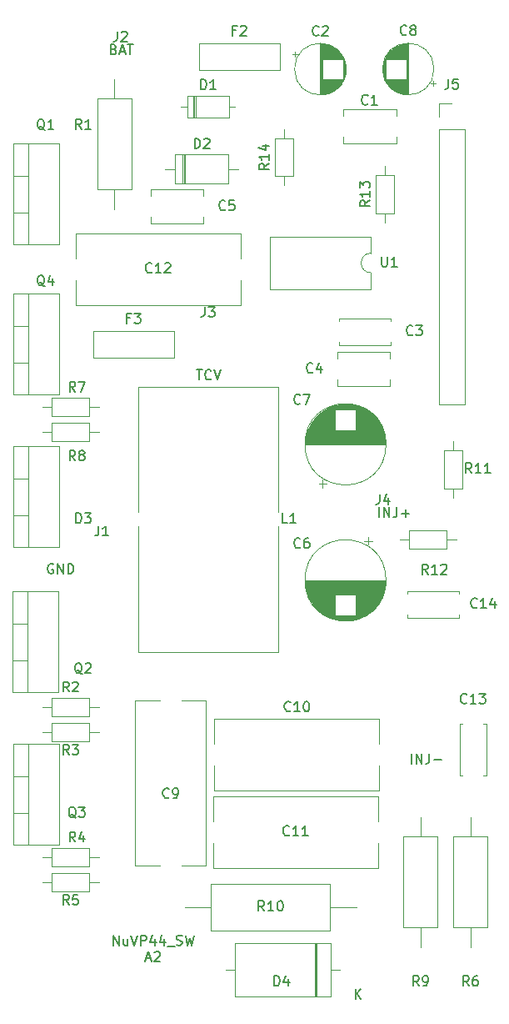
<source format=gbr>
%TF.GenerationSoftware,KiCad,Pcbnew,(7.0.0)*%
%TF.CreationDate,2024-11-23T19:37:02-06:00*%
%TF.ProjectId,VP44expSwdriver,56503434-6578-4705-9377-647269766572,rev?*%
%TF.SameCoordinates,Original*%
%TF.FileFunction,Legend,Top*%
%TF.FilePolarity,Positive*%
%FSLAX46Y46*%
G04 Gerber Fmt 4.6, Leading zero omitted, Abs format (unit mm)*
G04 Created by KiCad (PCBNEW (7.0.0)) date 2024-11-23 19:37:02*
%MOMM*%
%LPD*%
G01*
G04 APERTURE LIST*
%ADD10C,0.150000*%
%ADD11C,0.120000*%
G04 APERTURE END LIST*
D10*
X182483095Y-88682380D02*
X182483095Y-87682380D01*
X182959285Y-88682380D02*
X182959285Y-87682380D01*
X182959285Y-87682380D02*
X183530713Y-88682380D01*
X183530713Y-88682380D02*
X183530713Y-87682380D01*
X184292618Y-87682380D02*
X184292618Y-88396666D01*
X184292618Y-88396666D02*
X184244999Y-88539523D01*
X184244999Y-88539523D02*
X184149761Y-88634761D01*
X184149761Y-88634761D02*
X184006904Y-88682380D01*
X184006904Y-88682380D02*
X183911666Y-88682380D01*
X184768809Y-88301428D02*
X185530714Y-88301428D01*
X185149761Y-88682380D02*
X185149761Y-87920476D01*
X185785095Y-113701380D02*
X185785095Y-112701380D01*
X186261285Y-113701380D02*
X186261285Y-112701380D01*
X186261285Y-112701380D02*
X186832713Y-113701380D01*
X186832713Y-113701380D02*
X186832713Y-112701380D01*
X187594618Y-112701380D02*
X187594618Y-113415666D01*
X187594618Y-113415666D02*
X187546999Y-113558523D01*
X187546999Y-113558523D02*
X187451761Y-113653761D01*
X187451761Y-113653761D02*
X187308904Y-113701380D01*
X187308904Y-113701380D02*
X187213666Y-113701380D01*
X188070809Y-113320428D02*
X188832714Y-113320428D01*
X155511428Y-41168571D02*
X155654285Y-41216190D01*
X155654285Y-41216190D02*
X155701904Y-41263809D01*
X155701904Y-41263809D02*
X155749523Y-41359047D01*
X155749523Y-41359047D02*
X155749523Y-41501904D01*
X155749523Y-41501904D02*
X155701904Y-41597142D01*
X155701904Y-41597142D02*
X155654285Y-41644761D01*
X155654285Y-41644761D02*
X155559047Y-41692380D01*
X155559047Y-41692380D02*
X155178095Y-41692380D01*
X155178095Y-41692380D02*
X155178095Y-40692380D01*
X155178095Y-40692380D02*
X155511428Y-40692380D01*
X155511428Y-40692380D02*
X155606666Y-40740000D01*
X155606666Y-40740000D02*
X155654285Y-40787619D01*
X155654285Y-40787619D02*
X155701904Y-40882857D01*
X155701904Y-40882857D02*
X155701904Y-40978095D01*
X155701904Y-40978095D02*
X155654285Y-41073333D01*
X155654285Y-41073333D02*
X155606666Y-41120952D01*
X155606666Y-41120952D02*
X155511428Y-41168571D01*
X155511428Y-41168571D02*
X155178095Y-41168571D01*
X156130476Y-41406666D02*
X156606666Y-41406666D01*
X156035238Y-41692380D02*
X156368571Y-40692380D01*
X156368571Y-40692380D02*
X156701904Y-41692380D01*
X156892381Y-40692380D02*
X157463809Y-40692380D01*
X157178095Y-41692380D02*
X157178095Y-40692380D01*
X155464381Y-132147380D02*
X155464381Y-131147380D01*
X155464381Y-131147380D02*
X156035809Y-132147380D01*
X156035809Y-132147380D02*
X156035809Y-131147380D01*
X156940571Y-131480714D02*
X156940571Y-132147380D01*
X156512000Y-131480714D02*
X156512000Y-132004523D01*
X156512000Y-132004523D02*
X156559619Y-132099761D01*
X156559619Y-132099761D02*
X156654857Y-132147380D01*
X156654857Y-132147380D02*
X156797714Y-132147380D01*
X156797714Y-132147380D02*
X156892952Y-132099761D01*
X156892952Y-132099761D02*
X156940571Y-132052142D01*
X157273905Y-131147380D02*
X157607238Y-132147380D01*
X157607238Y-132147380D02*
X157940571Y-131147380D01*
X158273905Y-132147380D02*
X158273905Y-131147380D01*
X158273905Y-131147380D02*
X158654857Y-131147380D01*
X158654857Y-131147380D02*
X158750095Y-131195000D01*
X158750095Y-131195000D02*
X158797714Y-131242619D01*
X158797714Y-131242619D02*
X158845333Y-131337857D01*
X158845333Y-131337857D02*
X158845333Y-131480714D01*
X158845333Y-131480714D02*
X158797714Y-131575952D01*
X158797714Y-131575952D02*
X158750095Y-131623571D01*
X158750095Y-131623571D02*
X158654857Y-131671190D01*
X158654857Y-131671190D02*
X158273905Y-131671190D01*
X159702476Y-131480714D02*
X159702476Y-132147380D01*
X159464381Y-131099761D02*
X159226286Y-131814047D01*
X159226286Y-131814047D02*
X159845333Y-131814047D01*
X160654857Y-131480714D02*
X160654857Y-132147380D01*
X160416762Y-131099761D02*
X160178667Y-131814047D01*
X160178667Y-131814047D02*
X160797714Y-131814047D01*
X160940572Y-132242619D02*
X161702476Y-132242619D01*
X161892953Y-132099761D02*
X162035810Y-132147380D01*
X162035810Y-132147380D02*
X162273905Y-132147380D01*
X162273905Y-132147380D02*
X162369143Y-132099761D01*
X162369143Y-132099761D02*
X162416762Y-132052142D01*
X162416762Y-132052142D02*
X162464381Y-131956904D01*
X162464381Y-131956904D02*
X162464381Y-131861666D01*
X162464381Y-131861666D02*
X162416762Y-131766428D01*
X162416762Y-131766428D02*
X162369143Y-131718809D01*
X162369143Y-131718809D02*
X162273905Y-131671190D01*
X162273905Y-131671190D02*
X162083429Y-131623571D01*
X162083429Y-131623571D02*
X161988191Y-131575952D01*
X161988191Y-131575952D02*
X161940572Y-131528333D01*
X161940572Y-131528333D02*
X161892953Y-131433095D01*
X161892953Y-131433095D02*
X161892953Y-131337857D01*
X161892953Y-131337857D02*
X161940572Y-131242619D01*
X161940572Y-131242619D02*
X161988191Y-131195000D01*
X161988191Y-131195000D02*
X162083429Y-131147380D01*
X162083429Y-131147380D02*
X162321524Y-131147380D01*
X162321524Y-131147380D02*
X162464381Y-131195000D01*
X162797715Y-131147380D02*
X163035810Y-132147380D01*
X163035810Y-132147380D02*
X163226286Y-131433095D01*
X163226286Y-131433095D02*
X163416762Y-132147380D01*
X163416762Y-132147380D02*
X163654858Y-131147380D01*
X158797714Y-133481666D02*
X159273904Y-133481666D01*
X158702476Y-133767380D02*
X159035809Y-132767380D01*
X159035809Y-132767380D02*
X159369142Y-133767380D01*
X159654857Y-132862619D02*
X159702476Y-132815000D01*
X159702476Y-132815000D02*
X159797714Y-132767380D01*
X159797714Y-132767380D02*
X160035809Y-132767380D01*
X160035809Y-132767380D02*
X160131047Y-132815000D01*
X160131047Y-132815000D02*
X160178666Y-132862619D01*
X160178666Y-132862619D02*
X160226285Y-132957857D01*
X160226285Y-132957857D02*
X160226285Y-133053095D01*
X160226285Y-133053095D02*
X160178666Y-133195952D01*
X160178666Y-133195952D02*
X159607238Y-133767380D01*
X159607238Y-133767380D02*
X160226285Y-133767380D01*
X149351904Y-93445000D02*
X149256666Y-93397380D01*
X149256666Y-93397380D02*
X149113809Y-93397380D01*
X149113809Y-93397380D02*
X148970952Y-93445000D01*
X148970952Y-93445000D02*
X148875714Y-93540238D01*
X148875714Y-93540238D02*
X148828095Y-93635476D01*
X148828095Y-93635476D02*
X148780476Y-93825952D01*
X148780476Y-93825952D02*
X148780476Y-93968809D01*
X148780476Y-93968809D02*
X148828095Y-94159285D01*
X148828095Y-94159285D02*
X148875714Y-94254523D01*
X148875714Y-94254523D02*
X148970952Y-94349761D01*
X148970952Y-94349761D02*
X149113809Y-94397380D01*
X149113809Y-94397380D02*
X149209047Y-94397380D01*
X149209047Y-94397380D02*
X149351904Y-94349761D01*
X149351904Y-94349761D02*
X149399523Y-94302142D01*
X149399523Y-94302142D02*
X149399523Y-93968809D01*
X149399523Y-93968809D02*
X149209047Y-93968809D01*
X149828095Y-94397380D02*
X149828095Y-93397380D01*
X149828095Y-93397380D02*
X150399523Y-94397380D01*
X150399523Y-94397380D02*
X150399523Y-93397380D01*
X150875714Y-94397380D02*
X150875714Y-93397380D01*
X150875714Y-93397380D02*
X151113809Y-93397380D01*
X151113809Y-93397380D02*
X151256666Y-93445000D01*
X151256666Y-93445000D02*
X151351904Y-93540238D01*
X151351904Y-93540238D02*
X151399523Y-93635476D01*
X151399523Y-93635476D02*
X151447142Y-93825952D01*
X151447142Y-93825952D02*
X151447142Y-93968809D01*
X151447142Y-93968809D02*
X151399523Y-94159285D01*
X151399523Y-94159285D02*
X151351904Y-94254523D01*
X151351904Y-94254523D02*
X151256666Y-94349761D01*
X151256666Y-94349761D02*
X151113809Y-94397380D01*
X151113809Y-94397380D02*
X150875714Y-94397380D01*
X163925238Y-73712380D02*
X164496666Y-73712380D01*
X164210952Y-74712380D02*
X164210952Y-73712380D01*
X165401428Y-74617142D02*
X165353809Y-74664761D01*
X165353809Y-74664761D02*
X165210952Y-74712380D01*
X165210952Y-74712380D02*
X165115714Y-74712380D01*
X165115714Y-74712380D02*
X164972857Y-74664761D01*
X164972857Y-74664761D02*
X164877619Y-74569523D01*
X164877619Y-74569523D02*
X164830000Y-74474285D01*
X164830000Y-74474285D02*
X164782381Y-74283809D01*
X164782381Y-74283809D02*
X164782381Y-74140952D01*
X164782381Y-74140952D02*
X164830000Y-73950476D01*
X164830000Y-73950476D02*
X164877619Y-73855238D01*
X164877619Y-73855238D02*
X164972857Y-73760000D01*
X164972857Y-73760000D02*
X165115714Y-73712380D01*
X165115714Y-73712380D02*
X165210952Y-73712380D01*
X165210952Y-73712380D02*
X165353809Y-73760000D01*
X165353809Y-73760000D02*
X165401428Y-73807619D01*
X165687143Y-73712380D02*
X166020476Y-74712380D01*
X166020476Y-74712380D02*
X166353809Y-73712380D01*
%TO.C,U1*%
X182753095Y-62232380D02*
X182753095Y-63041904D01*
X182753095Y-63041904D02*
X182800714Y-63137142D01*
X182800714Y-63137142D02*
X182848333Y-63184761D01*
X182848333Y-63184761D02*
X182943571Y-63232380D01*
X182943571Y-63232380D02*
X183134047Y-63232380D01*
X183134047Y-63232380D02*
X183229285Y-63184761D01*
X183229285Y-63184761D02*
X183276904Y-63137142D01*
X183276904Y-63137142D02*
X183324523Y-63041904D01*
X183324523Y-63041904D02*
X183324523Y-62232380D01*
X184324523Y-63232380D02*
X183753095Y-63232380D01*
X184038809Y-63232380D02*
X184038809Y-62232380D01*
X184038809Y-62232380D02*
X183943571Y-62375238D01*
X183943571Y-62375238D02*
X183848333Y-62470476D01*
X183848333Y-62470476D02*
X183753095Y-62518095D01*
%TO.C,R3*%
X150963333Y-112777380D02*
X150630000Y-112301190D01*
X150391905Y-112777380D02*
X150391905Y-111777380D01*
X150391905Y-111777380D02*
X150772857Y-111777380D01*
X150772857Y-111777380D02*
X150868095Y-111825000D01*
X150868095Y-111825000D02*
X150915714Y-111872619D01*
X150915714Y-111872619D02*
X150963333Y-111967857D01*
X150963333Y-111967857D02*
X150963333Y-112110714D01*
X150963333Y-112110714D02*
X150915714Y-112205952D01*
X150915714Y-112205952D02*
X150868095Y-112253571D01*
X150868095Y-112253571D02*
X150772857Y-112301190D01*
X150772857Y-112301190D02*
X150391905Y-112301190D01*
X151296667Y-111777380D02*
X151915714Y-111777380D01*
X151915714Y-111777380D02*
X151582381Y-112158333D01*
X151582381Y-112158333D02*
X151725238Y-112158333D01*
X151725238Y-112158333D02*
X151820476Y-112205952D01*
X151820476Y-112205952D02*
X151868095Y-112253571D01*
X151868095Y-112253571D02*
X151915714Y-112348809D01*
X151915714Y-112348809D02*
X151915714Y-112586904D01*
X151915714Y-112586904D02*
X151868095Y-112682142D01*
X151868095Y-112682142D02*
X151820476Y-112729761D01*
X151820476Y-112729761D02*
X151725238Y-112777380D01*
X151725238Y-112777380D02*
X151439524Y-112777380D01*
X151439524Y-112777380D02*
X151344286Y-112729761D01*
X151344286Y-112729761D02*
X151296667Y-112682142D01*
%TO.C,D4*%
X171829505Y-136257380D02*
X171829505Y-135257380D01*
X171829505Y-135257380D02*
X172067600Y-135257380D01*
X172067600Y-135257380D02*
X172210457Y-135305000D01*
X172210457Y-135305000D02*
X172305695Y-135400238D01*
X172305695Y-135400238D02*
X172353314Y-135495476D01*
X172353314Y-135495476D02*
X172400933Y-135685952D01*
X172400933Y-135685952D02*
X172400933Y-135828809D01*
X172400933Y-135828809D02*
X172353314Y-136019285D01*
X172353314Y-136019285D02*
X172305695Y-136114523D01*
X172305695Y-136114523D02*
X172210457Y-136209761D01*
X172210457Y-136209761D02*
X172067600Y-136257380D01*
X172067600Y-136257380D02*
X171829505Y-136257380D01*
X173258076Y-135590714D02*
X173258076Y-136257380D01*
X173019981Y-135209761D02*
X172781886Y-135924047D01*
X172781886Y-135924047D02*
X173400933Y-135924047D01*
X180078095Y-137587380D02*
X180078095Y-136587380D01*
X180649523Y-137587380D02*
X180220952Y-137015952D01*
X180649523Y-136587380D02*
X180078095Y-137158809D01*
%TO.C,F3*%
X157186666Y-68463571D02*
X156853333Y-68463571D01*
X156853333Y-68987380D02*
X156853333Y-67987380D01*
X156853333Y-67987380D02*
X157329523Y-67987380D01*
X157615238Y-67987380D02*
X158234285Y-67987380D01*
X158234285Y-67987380D02*
X157900952Y-68368333D01*
X157900952Y-68368333D02*
X158043809Y-68368333D01*
X158043809Y-68368333D02*
X158139047Y-68415952D01*
X158139047Y-68415952D02*
X158186666Y-68463571D01*
X158186666Y-68463571D02*
X158234285Y-68558809D01*
X158234285Y-68558809D02*
X158234285Y-68796904D01*
X158234285Y-68796904D02*
X158186666Y-68892142D01*
X158186666Y-68892142D02*
X158139047Y-68939761D01*
X158139047Y-68939761D02*
X158043809Y-68987380D01*
X158043809Y-68987380D02*
X157758095Y-68987380D01*
X157758095Y-68987380D02*
X157662857Y-68939761D01*
X157662857Y-68939761D02*
X157615238Y-68892142D01*
%TO.C,J2*%
X155876666Y-39372380D02*
X155876666Y-40086666D01*
X155876666Y-40086666D02*
X155829047Y-40229523D01*
X155829047Y-40229523D02*
X155733809Y-40324761D01*
X155733809Y-40324761D02*
X155590952Y-40372380D01*
X155590952Y-40372380D02*
X155495714Y-40372380D01*
X156305238Y-39467619D02*
X156352857Y-39420000D01*
X156352857Y-39420000D02*
X156448095Y-39372380D01*
X156448095Y-39372380D02*
X156686190Y-39372380D01*
X156686190Y-39372380D02*
X156781428Y-39420000D01*
X156781428Y-39420000D02*
X156829047Y-39467619D01*
X156829047Y-39467619D02*
X156876666Y-39562857D01*
X156876666Y-39562857D02*
X156876666Y-39658095D01*
X156876666Y-39658095D02*
X156829047Y-39800952D01*
X156829047Y-39800952D02*
X156257619Y-40372380D01*
X156257619Y-40372380D02*
X156876666Y-40372380D01*
%TO.C,C14*%
X192437142Y-97808142D02*
X192389523Y-97855761D01*
X192389523Y-97855761D02*
X192246666Y-97903380D01*
X192246666Y-97903380D02*
X192151428Y-97903380D01*
X192151428Y-97903380D02*
X192008571Y-97855761D01*
X192008571Y-97855761D02*
X191913333Y-97760523D01*
X191913333Y-97760523D02*
X191865714Y-97665285D01*
X191865714Y-97665285D02*
X191818095Y-97474809D01*
X191818095Y-97474809D02*
X191818095Y-97331952D01*
X191818095Y-97331952D02*
X191865714Y-97141476D01*
X191865714Y-97141476D02*
X191913333Y-97046238D01*
X191913333Y-97046238D02*
X192008571Y-96951000D01*
X192008571Y-96951000D02*
X192151428Y-96903380D01*
X192151428Y-96903380D02*
X192246666Y-96903380D01*
X192246666Y-96903380D02*
X192389523Y-96951000D01*
X192389523Y-96951000D02*
X192437142Y-96998619D01*
X193389523Y-97903380D02*
X192818095Y-97903380D01*
X193103809Y-97903380D02*
X193103809Y-96903380D01*
X193103809Y-96903380D02*
X193008571Y-97046238D01*
X193008571Y-97046238D02*
X192913333Y-97141476D01*
X192913333Y-97141476D02*
X192818095Y-97189095D01*
X194246666Y-97236714D02*
X194246666Y-97903380D01*
X194008571Y-96855761D02*
X193770476Y-97570047D01*
X193770476Y-97570047D02*
X194389523Y-97570047D01*
%TO.C,C1*%
X181341733Y-46703342D02*
X181294114Y-46750961D01*
X181294114Y-46750961D02*
X181151257Y-46798580D01*
X181151257Y-46798580D02*
X181056019Y-46798580D01*
X181056019Y-46798580D02*
X180913162Y-46750961D01*
X180913162Y-46750961D02*
X180817924Y-46655723D01*
X180817924Y-46655723D02*
X180770305Y-46560485D01*
X180770305Y-46560485D02*
X180722686Y-46370009D01*
X180722686Y-46370009D02*
X180722686Y-46227152D01*
X180722686Y-46227152D02*
X180770305Y-46036676D01*
X180770305Y-46036676D02*
X180817924Y-45941438D01*
X180817924Y-45941438D02*
X180913162Y-45846200D01*
X180913162Y-45846200D02*
X181056019Y-45798580D01*
X181056019Y-45798580D02*
X181151257Y-45798580D01*
X181151257Y-45798580D02*
X181294114Y-45846200D01*
X181294114Y-45846200D02*
X181341733Y-45893819D01*
X182294114Y-46798580D02*
X181722686Y-46798580D01*
X182008400Y-46798580D02*
X182008400Y-45798580D01*
X182008400Y-45798580D02*
X181913162Y-45941438D01*
X181913162Y-45941438D02*
X181817924Y-46036676D01*
X181817924Y-46036676D02*
X181722686Y-46084295D01*
%TO.C,C11*%
X173347142Y-120922142D02*
X173299523Y-120969761D01*
X173299523Y-120969761D02*
X173156666Y-121017380D01*
X173156666Y-121017380D02*
X173061428Y-121017380D01*
X173061428Y-121017380D02*
X172918571Y-120969761D01*
X172918571Y-120969761D02*
X172823333Y-120874523D01*
X172823333Y-120874523D02*
X172775714Y-120779285D01*
X172775714Y-120779285D02*
X172728095Y-120588809D01*
X172728095Y-120588809D02*
X172728095Y-120445952D01*
X172728095Y-120445952D02*
X172775714Y-120255476D01*
X172775714Y-120255476D02*
X172823333Y-120160238D01*
X172823333Y-120160238D02*
X172918571Y-120065000D01*
X172918571Y-120065000D02*
X173061428Y-120017380D01*
X173061428Y-120017380D02*
X173156666Y-120017380D01*
X173156666Y-120017380D02*
X173299523Y-120065000D01*
X173299523Y-120065000D02*
X173347142Y-120112619D01*
X174299523Y-121017380D02*
X173728095Y-121017380D01*
X174013809Y-121017380D02*
X174013809Y-120017380D01*
X174013809Y-120017380D02*
X173918571Y-120160238D01*
X173918571Y-120160238D02*
X173823333Y-120255476D01*
X173823333Y-120255476D02*
X173728095Y-120303095D01*
X175251904Y-121017380D02*
X174680476Y-121017380D01*
X174966190Y-121017380D02*
X174966190Y-120017380D01*
X174966190Y-120017380D02*
X174870952Y-120160238D01*
X174870952Y-120160238D02*
X174775714Y-120255476D01*
X174775714Y-120255476D02*
X174680476Y-120303095D01*
%TO.C,C7*%
X174458333Y-77107142D02*
X174410714Y-77154761D01*
X174410714Y-77154761D02*
X174267857Y-77202380D01*
X174267857Y-77202380D02*
X174172619Y-77202380D01*
X174172619Y-77202380D02*
X174029762Y-77154761D01*
X174029762Y-77154761D02*
X173934524Y-77059523D01*
X173934524Y-77059523D02*
X173886905Y-76964285D01*
X173886905Y-76964285D02*
X173839286Y-76773809D01*
X173839286Y-76773809D02*
X173839286Y-76630952D01*
X173839286Y-76630952D02*
X173886905Y-76440476D01*
X173886905Y-76440476D02*
X173934524Y-76345238D01*
X173934524Y-76345238D02*
X174029762Y-76250000D01*
X174029762Y-76250000D02*
X174172619Y-76202380D01*
X174172619Y-76202380D02*
X174267857Y-76202380D01*
X174267857Y-76202380D02*
X174410714Y-76250000D01*
X174410714Y-76250000D02*
X174458333Y-76297619D01*
X174791667Y-76202380D02*
X175458333Y-76202380D01*
X175458333Y-76202380D02*
X175029762Y-77202380D01*
%TO.C,C13*%
X191381142Y-107500142D02*
X191333523Y-107547761D01*
X191333523Y-107547761D02*
X191190666Y-107595380D01*
X191190666Y-107595380D02*
X191095428Y-107595380D01*
X191095428Y-107595380D02*
X190952571Y-107547761D01*
X190952571Y-107547761D02*
X190857333Y-107452523D01*
X190857333Y-107452523D02*
X190809714Y-107357285D01*
X190809714Y-107357285D02*
X190762095Y-107166809D01*
X190762095Y-107166809D02*
X190762095Y-107023952D01*
X190762095Y-107023952D02*
X190809714Y-106833476D01*
X190809714Y-106833476D02*
X190857333Y-106738238D01*
X190857333Y-106738238D02*
X190952571Y-106643000D01*
X190952571Y-106643000D02*
X191095428Y-106595380D01*
X191095428Y-106595380D02*
X191190666Y-106595380D01*
X191190666Y-106595380D02*
X191333523Y-106643000D01*
X191333523Y-106643000D02*
X191381142Y-106690619D01*
X192333523Y-107595380D02*
X191762095Y-107595380D01*
X192047809Y-107595380D02*
X192047809Y-106595380D01*
X192047809Y-106595380D02*
X191952571Y-106738238D01*
X191952571Y-106738238D02*
X191857333Y-106833476D01*
X191857333Y-106833476D02*
X191762095Y-106881095D01*
X192666857Y-106595380D02*
X193285904Y-106595380D01*
X193285904Y-106595380D02*
X192952571Y-106976333D01*
X192952571Y-106976333D02*
X193095428Y-106976333D01*
X193095428Y-106976333D02*
X193190666Y-107023952D01*
X193190666Y-107023952D02*
X193238285Y-107071571D01*
X193238285Y-107071571D02*
X193285904Y-107166809D01*
X193285904Y-107166809D02*
X193285904Y-107404904D01*
X193285904Y-107404904D02*
X193238285Y-107500142D01*
X193238285Y-107500142D02*
X193190666Y-107547761D01*
X193190666Y-107547761D02*
X193095428Y-107595380D01*
X193095428Y-107595380D02*
X192809714Y-107595380D01*
X192809714Y-107595380D02*
X192714476Y-107547761D01*
X192714476Y-107547761D02*
X192666857Y-107500142D01*
%TO.C,R6*%
X191603333Y-136257380D02*
X191270000Y-135781190D01*
X191031905Y-136257380D02*
X191031905Y-135257380D01*
X191031905Y-135257380D02*
X191412857Y-135257380D01*
X191412857Y-135257380D02*
X191508095Y-135305000D01*
X191508095Y-135305000D02*
X191555714Y-135352619D01*
X191555714Y-135352619D02*
X191603333Y-135447857D01*
X191603333Y-135447857D02*
X191603333Y-135590714D01*
X191603333Y-135590714D02*
X191555714Y-135685952D01*
X191555714Y-135685952D02*
X191508095Y-135733571D01*
X191508095Y-135733571D02*
X191412857Y-135781190D01*
X191412857Y-135781190D02*
X191031905Y-135781190D01*
X192460476Y-135257380D02*
X192270000Y-135257380D01*
X192270000Y-135257380D02*
X192174762Y-135305000D01*
X192174762Y-135305000D02*
X192127143Y-135352619D01*
X192127143Y-135352619D02*
X192031905Y-135495476D01*
X192031905Y-135495476D02*
X191984286Y-135685952D01*
X191984286Y-135685952D02*
X191984286Y-136066904D01*
X191984286Y-136066904D02*
X192031905Y-136162142D01*
X192031905Y-136162142D02*
X192079524Y-136209761D01*
X192079524Y-136209761D02*
X192174762Y-136257380D01*
X192174762Y-136257380D02*
X192365238Y-136257380D01*
X192365238Y-136257380D02*
X192460476Y-136209761D01*
X192460476Y-136209761D02*
X192508095Y-136162142D01*
X192508095Y-136162142D02*
X192555714Y-136066904D01*
X192555714Y-136066904D02*
X192555714Y-135828809D01*
X192555714Y-135828809D02*
X192508095Y-135733571D01*
X192508095Y-135733571D02*
X192460476Y-135685952D01*
X192460476Y-135685952D02*
X192365238Y-135638333D01*
X192365238Y-135638333D02*
X192174762Y-135638333D01*
X192174762Y-135638333D02*
X192079524Y-135685952D01*
X192079524Y-135685952D02*
X192031905Y-135733571D01*
X192031905Y-135733571D02*
X191984286Y-135828809D01*
%TO.C,D2*%
X163726905Y-51237380D02*
X163726905Y-50237380D01*
X163726905Y-50237380D02*
X163965000Y-50237380D01*
X163965000Y-50237380D02*
X164107857Y-50285000D01*
X164107857Y-50285000D02*
X164203095Y-50380238D01*
X164203095Y-50380238D02*
X164250714Y-50475476D01*
X164250714Y-50475476D02*
X164298333Y-50665952D01*
X164298333Y-50665952D02*
X164298333Y-50808809D01*
X164298333Y-50808809D02*
X164250714Y-50999285D01*
X164250714Y-50999285D02*
X164203095Y-51094523D01*
X164203095Y-51094523D02*
X164107857Y-51189761D01*
X164107857Y-51189761D02*
X163965000Y-51237380D01*
X163965000Y-51237380D02*
X163726905Y-51237380D01*
X164679286Y-50332619D02*
X164726905Y-50285000D01*
X164726905Y-50285000D02*
X164822143Y-50237380D01*
X164822143Y-50237380D02*
X165060238Y-50237380D01*
X165060238Y-50237380D02*
X165155476Y-50285000D01*
X165155476Y-50285000D02*
X165203095Y-50332619D01*
X165203095Y-50332619D02*
X165250714Y-50427857D01*
X165250714Y-50427857D02*
X165250714Y-50523095D01*
X165250714Y-50523095D02*
X165203095Y-50665952D01*
X165203095Y-50665952D02*
X164631667Y-51237380D01*
X164631667Y-51237380D02*
X165250714Y-51237380D01*
%TO.C,C4*%
X175728333Y-73932142D02*
X175680714Y-73979761D01*
X175680714Y-73979761D02*
X175537857Y-74027380D01*
X175537857Y-74027380D02*
X175442619Y-74027380D01*
X175442619Y-74027380D02*
X175299762Y-73979761D01*
X175299762Y-73979761D02*
X175204524Y-73884523D01*
X175204524Y-73884523D02*
X175156905Y-73789285D01*
X175156905Y-73789285D02*
X175109286Y-73598809D01*
X175109286Y-73598809D02*
X175109286Y-73455952D01*
X175109286Y-73455952D02*
X175156905Y-73265476D01*
X175156905Y-73265476D02*
X175204524Y-73170238D01*
X175204524Y-73170238D02*
X175299762Y-73075000D01*
X175299762Y-73075000D02*
X175442619Y-73027380D01*
X175442619Y-73027380D02*
X175537857Y-73027380D01*
X175537857Y-73027380D02*
X175680714Y-73075000D01*
X175680714Y-73075000D02*
X175728333Y-73122619D01*
X176585476Y-73360714D02*
X176585476Y-74027380D01*
X176347381Y-72979761D02*
X176109286Y-73694047D01*
X176109286Y-73694047D02*
X176728333Y-73694047D01*
%TO.C,C5*%
X166838333Y-57422142D02*
X166790714Y-57469761D01*
X166790714Y-57469761D02*
X166647857Y-57517380D01*
X166647857Y-57517380D02*
X166552619Y-57517380D01*
X166552619Y-57517380D02*
X166409762Y-57469761D01*
X166409762Y-57469761D02*
X166314524Y-57374523D01*
X166314524Y-57374523D02*
X166266905Y-57279285D01*
X166266905Y-57279285D02*
X166219286Y-57088809D01*
X166219286Y-57088809D02*
X166219286Y-56945952D01*
X166219286Y-56945952D02*
X166266905Y-56755476D01*
X166266905Y-56755476D02*
X166314524Y-56660238D01*
X166314524Y-56660238D02*
X166409762Y-56565000D01*
X166409762Y-56565000D02*
X166552619Y-56517380D01*
X166552619Y-56517380D02*
X166647857Y-56517380D01*
X166647857Y-56517380D02*
X166790714Y-56565000D01*
X166790714Y-56565000D02*
X166838333Y-56612619D01*
X167743095Y-56517380D02*
X167266905Y-56517380D01*
X167266905Y-56517380D02*
X167219286Y-56993571D01*
X167219286Y-56993571D02*
X167266905Y-56945952D01*
X167266905Y-56945952D02*
X167362143Y-56898333D01*
X167362143Y-56898333D02*
X167600238Y-56898333D01*
X167600238Y-56898333D02*
X167695476Y-56945952D01*
X167695476Y-56945952D02*
X167743095Y-56993571D01*
X167743095Y-56993571D02*
X167790714Y-57088809D01*
X167790714Y-57088809D02*
X167790714Y-57326904D01*
X167790714Y-57326904D02*
X167743095Y-57422142D01*
X167743095Y-57422142D02*
X167695476Y-57469761D01*
X167695476Y-57469761D02*
X167600238Y-57517380D01*
X167600238Y-57517380D02*
X167362143Y-57517380D01*
X167362143Y-57517380D02*
X167266905Y-57469761D01*
X167266905Y-57469761D02*
X167219286Y-57422142D01*
%TO.C,R11*%
X191889142Y-84187380D02*
X191555809Y-83711190D01*
X191317714Y-84187380D02*
X191317714Y-83187380D01*
X191317714Y-83187380D02*
X191698666Y-83187380D01*
X191698666Y-83187380D02*
X191793904Y-83235000D01*
X191793904Y-83235000D02*
X191841523Y-83282619D01*
X191841523Y-83282619D02*
X191889142Y-83377857D01*
X191889142Y-83377857D02*
X191889142Y-83520714D01*
X191889142Y-83520714D02*
X191841523Y-83615952D01*
X191841523Y-83615952D02*
X191793904Y-83663571D01*
X191793904Y-83663571D02*
X191698666Y-83711190D01*
X191698666Y-83711190D02*
X191317714Y-83711190D01*
X192841523Y-84187380D02*
X192270095Y-84187380D01*
X192555809Y-84187380D02*
X192555809Y-83187380D01*
X192555809Y-83187380D02*
X192460571Y-83330238D01*
X192460571Y-83330238D02*
X192365333Y-83425476D01*
X192365333Y-83425476D02*
X192270095Y-83473095D01*
X193793904Y-84187380D02*
X193222476Y-84187380D01*
X193508190Y-84187380D02*
X193508190Y-83187380D01*
X193508190Y-83187380D02*
X193412952Y-83330238D01*
X193412952Y-83330238D02*
X193317714Y-83425476D01*
X193317714Y-83425476D02*
X193222476Y-83473095D01*
%TO.C,C10*%
X173481142Y-108298142D02*
X173433523Y-108345761D01*
X173433523Y-108345761D02*
X173290666Y-108393380D01*
X173290666Y-108393380D02*
X173195428Y-108393380D01*
X173195428Y-108393380D02*
X173052571Y-108345761D01*
X173052571Y-108345761D02*
X172957333Y-108250523D01*
X172957333Y-108250523D02*
X172909714Y-108155285D01*
X172909714Y-108155285D02*
X172862095Y-107964809D01*
X172862095Y-107964809D02*
X172862095Y-107821952D01*
X172862095Y-107821952D02*
X172909714Y-107631476D01*
X172909714Y-107631476D02*
X172957333Y-107536238D01*
X172957333Y-107536238D02*
X173052571Y-107441000D01*
X173052571Y-107441000D02*
X173195428Y-107393380D01*
X173195428Y-107393380D02*
X173290666Y-107393380D01*
X173290666Y-107393380D02*
X173433523Y-107441000D01*
X173433523Y-107441000D02*
X173481142Y-107488619D01*
X174433523Y-108393380D02*
X173862095Y-108393380D01*
X174147809Y-108393380D02*
X174147809Y-107393380D01*
X174147809Y-107393380D02*
X174052571Y-107536238D01*
X174052571Y-107536238D02*
X173957333Y-107631476D01*
X173957333Y-107631476D02*
X173862095Y-107679095D01*
X175052571Y-107393380D02*
X175147809Y-107393380D01*
X175147809Y-107393380D02*
X175243047Y-107441000D01*
X175243047Y-107441000D02*
X175290666Y-107488619D01*
X175290666Y-107488619D02*
X175338285Y-107583857D01*
X175338285Y-107583857D02*
X175385904Y-107774333D01*
X175385904Y-107774333D02*
X175385904Y-108012428D01*
X175385904Y-108012428D02*
X175338285Y-108202904D01*
X175338285Y-108202904D02*
X175290666Y-108298142D01*
X175290666Y-108298142D02*
X175243047Y-108345761D01*
X175243047Y-108345761D02*
X175147809Y-108393380D01*
X175147809Y-108393380D02*
X175052571Y-108393380D01*
X175052571Y-108393380D02*
X174957333Y-108345761D01*
X174957333Y-108345761D02*
X174909714Y-108298142D01*
X174909714Y-108298142D02*
X174862095Y-108202904D01*
X174862095Y-108202904D02*
X174814476Y-108012428D01*
X174814476Y-108012428D02*
X174814476Y-107774333D01*
X174814476Y-107774333D02*
X174862095Y-107583857D01*
X174862095Y-107583857D02*
X174909714Y-107488619D01*
X174909714Y-107488619D02*
X174957333Y-107441000D01*
X174957333Y-107441000D02*
X175052571Y-107393380D01*
%TO.C,Q2*%
X152304761Y-104602619D02*
X152209523Y-104555000D01*
X152209523Y-104555000D02*
X152114285Y-104459761D01*
X152114285Y-104459761D02*
X151971428Y-104316904D01*
X151971428Y-104316904D02*
X151876190Y-104269285D01*
X151876190Y-104269285D02*
X151780952Y-104269285D01*
X151828571Y-104507380D02*
X151733333Y-104459761D01*
X151733333Y-104459761D02*
X151638095Y-104364523D01*
X151638095Y-104364523D02*
X151590476Y-104174047D01*
X151590476Y-104174047D02*
X151590476Y-103840714D01*
X151590476Y-103840714D02*
X151638095Y-103650238D01*
X151638095Y-103650238D02*
X151733333Y-103555000D01*
X151733333Y-103555000D02*
X151828571Y-103507380D01*
X151828571Y-103507380D02*
X152019047Y-103507380D01*
X152019047Y-103507380D02*
X152114285Y-103555000D01*
X152114285Y-103555000D02*
X152209523Y-103650238D01*
X152209523Y-103650238D02*
X152257142Y-103840714D01*
X152257142Y-103840714D02*
X152257142Y-104174047D01*
X152257142Y-104174047D02*
X152209523Y-104364523D01*
X152209523Y-104364523D02*
X152114285Y-104459761D01*
X152114285Y-104459761D02*
X152019047Y-104507380D01*
X152019047Y-104507380D02*
X151828571Y-104507380D01*
X152638095Y-103602619D02*
X152685714Y-103555000D01*
X152685714Y-103555000D02*
X152780952Y-103507380D01*
X152780952Y-103507380D02*
X153019047Y-103507380D01*
X153019047Y-103507380D02*
X153114285Y-103555000D01*
X153114285Y-103555000D02*
X153161904Y-103602619D01*
X153161904Y-103602619D02*
X153209523Y-103697857D01*
X153209523Y-103697857D02*
X153209523Y-103793095D01*
X153209523Y-103793095D02*
X153161904Y-103935952D01*
X153161904Y-103935952D02*
X152590476Y-104507380D01*
X152590476Y-104507380D02*
X153209523Y-104507380D01*
%TO.C,C3*%
X185888333Y-70122142D02*
X185840714Y-70169761D01*
X185840714Y-70169761D02*
X185697857Y-70217380D01*
X185697857Y-70217380D02*
X185602619Y-70217380D01*
X185602619Y-70217380D02*
X185459762Y-70169761D01*
X185459762Y-70169761D02*
X185364524Y-70074523D01*
X185364524Y-70074523D02*
X185316905Y-69979285D01*
X185316905Y-69979285D02*
X185269286Y-69788809D01*
X185269286Y-69788809D02*
X185269286Y-69645952D01*
X185269286Y-69645952D02*
X185316905Y-69455476D01*
X185316905Y-69455476D02*
X185364524Y-69360238D01*
X185364524Y-69360238D02*
X185459762Y-69265000D01*
X185459762Y-69265000D02*
X185602619Y-69217380D01*
X185602619Y-69217380D02*
X185697857Y-69217380D01*
X185697857Y-69217380D02*
X185840714Y-69265000D01*
X185840714Y-69265000D02*
X185888333Y-69312619D01*
X186221667Y-69217380D02*
X186840714Y-69217380D01*
X186840714Y-69217380D02*
X186507381Y-69598333D01*
X186507381Y-69598333D02*
X186650238Y-69598333D01*
X186650238Y-69598333D02*
X186745476Y-69645952D01*
X186745476Y-69645952D02*
X186793095Y-69693571D01*
X186793095Y-69693571D02*
X186840714Y-69788809D01*
X186840714Y-69788809D02*
X186840714Y-70026904D01*
X186840714Y-70026904D02*
X186793095Y-70122142D01*
X186793095Y-70122142D02*
X186745476Y-70169761D01*
X186745476Y-70169761D02*
X186650238Y-70217380D01*
X186650238Y-70217380D02*
X186364524Y-70217380D01*
X186364524Y-70217380D02*
X186269286Y-70169761D01*
X186269286Y-70169761D02*
X186221667Y-70122142D01*
%TO.C,C6*%
X174458333Y-91712142D02*
X174410714Y-91759761D01*
X174410714Y-91759761D02*
X174267857Y-91807380D01*
X174267857Y-91807380D02*
X174172619Y-91807380D01*
X174172619Y-91807380D02*
X174029762Y-91759761D01*
X174029762Y-91759761D02*
X173934524Y-91664523D01*
X173934524Y-91664523D02*
X173886905Y-91569285D01*
X173886905Y-91569285D02*
X173839286Y-91378809D01*
X173839286Y-91378809D02*
X173839286Y-91235952D01*
X173839286Y-91235952D02*
X173886905Y-91045476D01*
X173886905Y-91045476D02*
X173934524Y-90950238D01*
X173934524Y-90950238D02*
X174029762Y-90855000D01*
X174029762Y-90855000D02*
X174172619Y-90807380D01*
X174172619Y-90807380D02*
X174267857Y-90807380D01*
X174267857Y-90807380D02*
X174410714Y-90855000D01*
X174410714Y-90855000D02*
X174458333Y-90902619D01*
X175315476Y-90807380D02*
X175125000Y-90807380D01*
X175125000Y-90807380D02*
X175029762Y-90855000D01*
X175029762Y-90855000D02*
X174982143Y-90902619D01*
X174982143Y-90902619D02*
X174886905Y-91045476D01*
X174886905Y-91045476D02*
X174839286Y-91235952D01*
X174839286Y-91235952D02*
X174839286Y-91616904D01*
X174839286Y-91616904D02*
X174886905Y-91712142D01*
X174886905Y-91712142D02*
X174934524Y-91759761D01*
X174934524Y-91759761D02*
X175029762Y-91807380D01*
X175029762Y-91807380D02*
X175220238Y-91807380D01*
X175220238Y-91807380D02*
X175315476Y-91759761D01*
X175315476Y-91759761D02*
X175363095Y-91712142D01*
X175363095Y-91712142D02*
X175410714Y-91616904D01*
X175410714Y-91616904D02*
X175410714Y-91378809D01*
X175410714Y-91378809D02*
X175363095Y-91283571D01*
X175363095Y-91283571D02*
X175315476Y-91235952D01*
X175315476Y-91235952D02*
X175220238Y-91188333D01*
X175220238Y-91188333D02*
X175029762Y-91188333D01*
X175029762Y-91188333D02*
X174934524Y-91235952D01*
X174934524Y-91235952D02*
X174886905Y-91283571D01*
X174886905Y-91283571D02*
X174839286Y-91378809D01*
%TO.C,J5*%
X189531666Y-44192380D02*
X189531666Y-44906666D01*
X189531666Y-44906666D02*
X189484047Y-45049523D01*
X189484047Y-45049523D02*
X189388809Y-45144761D01*
X189388809Y-45144761D02*
X189245952Y-45192380D01*
X189245952Y-45192380D02*
X189150714Y-45192380D01*
X190484047Y-44192380D02*
X190007857Y-44192380D01*
X190007857Y-44192380D02*
X189960238Y-44668571D01*
X189960238Y-44668571D02*
X190007857Y-44620952D01*
X190007857Y-44620952D02*
X190103095Y-44573333D01*
X190103095Y-44573333D02*
X190341190Y-44573333D01*
X190341190Y-44573333D02*
X190436428Y-44620952D01*
X190436428Y-44620952D02*
X190484047Y-44668571D01*
X190484047Y-44668571D02*
X190531666Y-44763809D01*
X190531666Y-44763809D02*
X190531666Y-45001904D01*
X190531666Y-45001904D02*
X190484047Y-45097142D01*
X190484047Y-45097142D02*
X190436428Y-45144761D01*
X190436428Y-45144761D02*
X190341190Y-45192380D01*
X190341190Y-45192380D02*
X190103095Y-45192380D01*
X190103095Y-45192380D02*
X190007857Y-45144761D01*
X190007857Y-45144761D02*
X189960238Y-45097142D01*
%TO.C,R8*%
X151598333Y-82917380D02*
X151265000Y-82441190D01*
X151026905Y-82917380D02*
X151026905Y-81917380D01*
X151026905Y-81917380D02*
X151407857Y-81917380D01*
X151407857Y-81917380D02*
X151503095Y-81965000D01*
X151503095Y-81965000D02*
X151550714Y-82012619D01*
X151550714Y-82012619D02*
X151598333Y-82107857D01*
X151598333Y-82107857D02*
X151598333Y-82250714D01*
X151598333Y-82250714D02*
X151550714Y-82345952D01*
X151550714Y-82345952D02*
X151503095Y-82393571D01*
X151503095Y-82393571D02*
X151407857Y-82441190D01*
X151407857Y-82441190D02*
X151026905Y-82441190D01*
X152169762Y-82345952D02*
X152074524Y-82298333D01*
X152074524Y-82298333D02*
X152026905Y-82250714D01*
X152026905Y-82250714D02*
X151979286Y-82155476D01*
X151979286Y-82155476D02*
X151979286Y-82107857D01*
X151979286Y-82107857D02*
X152026905Y-82012619D01*
X152026905Y-82012619D02*
X152074524Y-81965000D01*
X152074524Y-81965000D02*
X152169762Y-81917380D01*
X152169762Y-81917380D02*
X152360238Y-81917380D01*
X152360238Y-81917380D02*
X152455476Y-81965000D01*
X152455476Y-81965000D02*
X152503095Y-82012619D01*
X152503095Y-82012619D02*
X152550714Y-82107857D01*
X152550714Y-82107857D02*
X152550714Y-82155476D01*
X152550714Y-82155476D02*
X152503095Y-82250714D01*
X152503095Y-82250714D02*
X152455476Y-82298333D01*
X152455476Y-82298333D02*
X152360238Y-82345952D01*
X152360238Y-82345952D02*
X152169762Y-82345952D01*
X152169762Y-82345952D02*
X152074524Y-82393571D01*
X152074524Y-82393571D02*
X152026905Y-82441190D01*
X152026905Y-82441190D02*
X151979286Y-82536428D01*
X151979286Y-82536428D02*
X151979286Y-82726904D01*
X151979286Y-82726904D02*
X152026905Y-82822142D01*
X152026905Y-82822142D02*
X152074524Y-82869761D01*
X152074524Y-82869761D02*
X152169762Y-82917380D01*
X152169762Y-82917380D02*
X152360238Y-82917380D01*
X152360238Y-82917380D02*
X152455476Y-82869761D01*
X152455476Y-82869761D02*
X152503095Y-82822142D01*
X152503095Y-82822142D02*
X152550714Y-82726904D01*
X152550714Y-82726904D02*
X152550714Y-82536428D01*
X152550714Y-82536428D02*
X152503095Y-82441190D01*
X152503095Y-82441190D02*
X152455476Y-82393571D01*
X152455476Y-82393571D02*
X152360238Y-82345952D01*
%TO.C,C12*%
X159377142Y-63772142D02*
X159329523Y-63819761D01*
X159329523Y-63819761D02*
X159186666Y-63867380D01*
X159186666Y-63867380D02*
X159091428Y-63867380D01*
X159091428Y-63867380D02*
X158948571Y-63819761D01*
X158948571Y-63819761D02*
X158853333Y-63724523D01*
X158853333Y-63724523D02*
X158805714Y-63629285D01*
X158805714Y-63629285D02*
X158758095Y-63438809D01*
X158758095Y-63438809D02*
X158758095Y-63295952D01*
X158758095Y-63295952D02*
X158805714Y-63105476D01*
X158805714Y-63105476D02*
X158853333Y-63010238D01*
X158853333Y-63010238D02*
X158948571Y-62915000D01*
X158948571Y-62915000D02*
X159091428Y-62867380D01*
X159091428Y-62867380D02*
X159186666Y-62867380D01*
X159186666Y-62867380D02*
X159329523Y-62915000D01*
X159329523Y-62915000D02*
X159377142Y-62962619D01*
X160329523Y-63867380D02*
X159758095Y-63867380D01*
X160043809Y-63867380D02*
X160043809Y-62867380D01*
X160043809Y-62867380D02*
X159948571Y-63010238D01*
X159948571Y-63010238D02*
X159853333Y-63105476D01*
X159853333Y-63105476D02*
X159758095Y-63153095D01*
X160710476Y-62962619D02*
X160758095Y-62915000D01*
X160758095Y-62915000D02*
X160853333Y-62867380D01*
X160853333Y-62867380D02*
X161091428Y-62867380D01*
X161091428Y-62867380D02*
X161186666Y-62915000D01*
X161186666Y-62915000D02*
X161234285Y-62962619D01*
X161234285Y-62962619D02*
X161281904Y-63057857D01*
X161281904Y-63057857D02*
X161281904Y-63153095D01*
X161281904Y-63153095D02*
X161234285Y-63295952D01*
X161234285Y-63295952D02*
X160662857Y-63867380D01*
X160662857Y-63867380D02*
X161281904Y-63867380D01*
%TO.C,R2*%
X150963333Y-106397380D02*
X150630000Y-105921190D01*
X150391905Y-106397380D02*
X150391905Y-105397380D01*
X150391905Y-105397380D02*
X150772857Y-105397380D01*
X150772857Y-105397380D02*
X150868095Y-105445000D01*
X150868095Y-105445000D02*
X150915714Y-105492619D01*
X150915714Y-105492619D02*
X150963333Y-105587857D01*
X150963333Y-105587857D02*
X150963333Y-105730714D01*
X150963333Y-105730714D02*
X150915714Y-105825952D01*
X150915714Y-105825952D02*
X150868095Y-105873571D01*
X150868095Y-105873571D02*
X150772857Y-105921190D01*
X150772857Y-105921190D02*
X150391905Y-105921190D01*
X151344286Y-105492619D02*
X151391905Y-105445000D01*
X151391905Y-105445000D02*
X151487143Y-105397380D01*
X151487143Y-105397380D02*
X151725238Y-105397380D01*
X151725238Y-105397380D02*
X151820476Y-105445000D01*
X151820476Y-105445000D02*
X151868095Y-105492619D01*
X151868095Y-105492619D02*
X151915714Y-105587857D01*
X151915714Y-105587857D02*
X151915714Y-105683095D01*
X151915714Y-105683095D02*
X151868095Y-105825952D01*
X151868095Y-105825952D02*
X151296667Y-106397380D01*
X151296667Y-106397380D02*
X151915714Y-106397380D01*
%TO.C,D3*%
X151661905Y-89267380D02*
X151661905Y-88267380D01*
X151661905Y-88267380D02*
X151900000Y-88267380D01*
X151900000Y-88267380D02*
X152042857Y-88315000D01*
X152042857Y-88315000D02*
X152138095Y-88410238D01*
X152138095Y-88410238D02*
X152185714Y-88505476D01*
X152185714Y-88505476D02*
X152233333Y-88695952D01*
X152233333Y-88695952D02*
X152233333Y-88838809D01*
X152233333Y-88838809D02*
X152185714Y-89029285D01*
X152185714Y-89029285D02*
X152138095Y-89124523D01*
X152138095Y-89124523D02*
X152042857Y-89219761D01*
X152042857Y-89219761D02*
X151900000Y-89267380D01*
X151900000Y-89267380D02*
X151661905Y-89267380D01*
X152566667Y-88267380D02*
X153185714Y-88267380D01*
X153185714Y-88267380D02*
X152852381Y-88648333D01*
X152852381Y-88648333D02*
X152995238Y-88648333D01*
X152995238Y-88648333D02*
X153090476Y-88695952D01*
X153090476Y-88695952D02*
X153138095Y-88743571D01*
X153138095Y-88743571D02*
X153185714Y-88838809D01*
X153185714Y-88838809D02*
X153185714Y-89076904D01*
X153185714Y-89076904D02*
X153138095Y-89172142D01*
X153138095Y-89172142D02*
X153090476Y-89219761D01*
X153090476Y-89219761D02*
X152995238Y-89267380D01*
X152995238Y-89267380D02*
X152709524Y-89267380D01*
X152709524Y-89267380D02*
X152614286Y-89219761D01*
X152614286Y-89219761D02*
X152566667Y-89172142D01*
%TO.C,J3*%
X164766666Y-67337380D02*
X164766666Y-68051666D01*
X164766666Y-68051666D02*
X164719047Y-68194523D01*
X164719047Y-68194523D02*
X164623809Y-68289761D01*
X164623809Y-68289761D02*
X164480952Y-68337380D01*
X164480952Y-68337380D02*
X164385714Y-68337380D01*
X165147619Y-67337380D02*
X165766666Y-67337380D01*
X165766666Y-67337380D02*
X165433333Y-67718333D01*
X165433333Y-67718333D02*
X165576190Y-67718333D01*
X165576190Y-67718333D02*
X165671428Y-67765952D01*
X165671428Y-67765952D02*
X165719047Y-67813571D01*
X165719047Y-67813571D02*
X165766666Y-67908809D01*
X165766666Y-67908809D02*
X165766666Y-68146904D01*
X165766666Y-68146904D02*
X165719047Y-68242142D01*
X165719047Y-68242142D02*
X165671428Y-68289761D01*
X165671428Y-68289761D02*
X165576190Y-68337380D01*
X165576190Y-68337380D02*
X165290476Y-68337380D01*
X165290476Y-68337380D02*
X165195238Y-68289761D01*
X165195238Y-68289761D02*
X165147619Y-68242142D01*
%TO.C,Q3*%
X151669761Y-119207619D02*
X151574523Y-119160000D01*
X151574523Y-119160000D02*
X151479285Y-119064761D01*
X151479285Y-119064761D02*
X151336428Y-118921904D01*
X151336428Y-118921904D02*
X151241190Y-118874285D01*
X151241190Y-118874285D02*
X151145952Y-118874285D01*
X151193571Y-119112380D02*
X151098333Y-119064761D01*
X151098333Y-119064761D02*
X151003095Y-118969523D01*
X151003095Y-118969523D02*
X150955476Y-118779047D01*
X150955476Y-118779047D02*
X150955476Y-118445714D01*
X150955476Y-118445714D02*
X151003095Y-118255238D01*
X151003095Y-118255238D02*
X151098333Y-118160000D01*
X151098333Y-118160000D02*
X151193571Y-118112380D01*
X151193571Y-118112380D02*
X151384047Y-118112380D01*
X151384047Y-118112380D02*
X151479285Y-118160000D01*
X151479285Y-118160000D02*
X151574523Y-118255238D01*
X151574523Y-118255238D02*
X151622142Y-118445714D01*
X151622142Y-118445714D02*
X151622142Y-118779047D01*
X151622142Y-118779047D02*
X151574523Y-118969523D01*
X151574523Y-118969523D02*
X151479285Y-119064761D01*
X151479285Y-119064761D02*
X151384047Y-119112380D01*
X151384047Y-119112380D02*
X151193571Y-119112380D01*
X151955476Y-118112380D02*
X152574523Y-118112380D01*
X152574523Y-118112380D02*
X152241190Y-118493333D01*
X152241190Y-118493333D02*
X152384047Y-118493333D01*
X152384047Y-118493333D02*
X152479285Y-118540952D01*
X152479285Y-118540952D02*
X152526904Y-118588571D01*
X152526904Y-118588571D02*
X152574523Y-118683809D01*
X152574523Y-118683809D02*
X152574523Y-118921904D01*
X152574523Y-118921904D02*
X152526904Y-119017142D01*
X152526904Y-119017142D02*
X152479285Y-119064761D01*
X152479285Y-119064761D02*
X152384047Y-119112380D01*
X152384047Y-119112380D02*
X152098333Y-119112380D01*
X152098333Y-119112380D02*
X152003095Y-119064761D01*
X152003095Y-119064761D02*
X151955476Y-119017142D01*
%TO.C,J1*%
X153971666Y-89562380D02*
X153971666Y-90276666D01*
X153971666Y-90276666D02*
X153924047Y-90419523D01*
X153924047Y-90419523D02*
X153828809Y-90514761D01*
X153828809Y-90514761D02*
X153685952Y-90562380D01*
X153685952Y-90562380D02*
X153590714Y-90562380D01*
X154971666Y-90562380D02*
X154400238Y-90562380D01*
X154685952Y-90562380D02*
X154685952Y-89562380D01*
X154685952Y-89562380D02*
X154590714Y-89705238D01*
X154590714Y-89705238D02*
X154495476Y-89800476D01*
X154495476Y-89800476D02*
X154400238Y-89848095D01*
%TO.C,L1*%
X173168333Y-89267380D02*
X172692143Y-89267380D01*
X172692143Y-89267380D02*
X172692143Y-88267380D01*
X174025476Y-89267380D02*
X173454048Y-89267380D01*
X173739762Y-89267380D02*
X173739762Y-88267380D01*
X173739762Y-88267380D02*
X173644524Y-88410238D01*
X173644524Y-88410238D02*
X173549286Y-88505476D01*
X173549286Y-88505476D02*
X173454048Y-88553095D01*
%TO.C,F2*%
X167941666Y-39253571D02*
X167608333Y-39253571D01*
X167608333Y-39777380D02*
X167608333Y-38777380D01*
X167608333Y-38777380D02*
X168084523Y-38777380D01*
X168417857Y-38872619D02*
X168465476Y-38825000D01*
X168465476Y-38825000D02*
X168560714Y-38777380D01*
X168560714Y-38777380D02*
X168798809Y-38777380D01*
X168798809Y-38777380D02*
X168894047Y-38825000D01*
X168894047Y-38825000D02*
X168941666Y-38872619D01*
X168941666Y-38872619D02*
X168989285Y-38967857D01*
X168989285Y-38967857D02*
X168989285Y-39063095D01*
X168989285Y-39063095D02*
X168941666Y-39205952D01*
X168941666Y-39205952D02*
X168370238Y-39777380D01*
X168370238Y-39777380D02*
X168989285Y-39777380D01*
%TO.C,Q4*%
X148494761Y-65232619D02*
X148399523Y-65185000D01*
X148399523Y-65185000D02*
X148304285Y-65089761D01*
X148304285Y-65089761D02*
X148161428Y-64946904D01*
X148161428Y-64946904D02*
X148066190Y-64899285D01*
X148066190Y-64899285D02*
X147970952Y-64899285D01*
X148018571Y-65137380D02*
X147923333Y-65089761D01*
X147923333Y-65089761D02*
X147828095Y-64994523D01*
X147828095Y-64994523D02*
X147780476Y-64804047D01*
X147780476Y-64804047D02*
X147780476Y-64470714D01*
X147780476Y-64470714D02*
X147828095Y-64280238D01*
X147828095Y-64280238D02*
X147923333Y-64185000D01*
X147923333Y-64185000D02*
X148018571Y-64137380D01*
X148018571Y-64137380D02*
X148209047Y-64137380D01*
X148209047Y-64137380D02*
X148304285Y-64185000D01*
X148304285Y-64185000D02*
X148399523Y-64280238D01*
X148399523Y-64280238D02*
X148447142Y-64470714D01*
X148447142Y-64470714D02*
X148447142Y-64804047D01*
X148447142Y-64804047D02*
X148399523Y-64994523D01*
X148399523Y-64994523D02*
X148304285Y-65089761D01*
X148304285Y-65089761D02*
X148209047Y-65137380D01*
X148209047Y-65137380D02*
X148018571Y-65137380D01*
X149304285Y-64470714D02*
X149304285Y-65137380D01*
X149066190Y-64089761D02*
X148828095Y-64804047D01*
X148828095Y-64804047D02*
X149447142Y-64804047D01*
%TO.C,R13*%
X181530580Y-56522857D02*
X181054390Y-56856190D01*
X181530580Y-57094285D02*
X180530580Y-57094285D01*
X180530580Y-57094285D02*
X180530580Y-56713333D01*
X180530580Y-56713333D02*
X180578200Y-56618095D01*
X180578200Y-56618095D02*
X180625819Y-56570476D01*
X180625819Y-56570476D02*
X180721057Y-56522857D01*
X180721057Y-56522857D02*
X180863914Y-56522857D01*
X180863914Y-56522857D02*
X180959152Y-56570476D01*
X180959152Y-56570476D02*
X181006771Y-56618095D01*
X181006771Y-56618095D02*
X181054390Y-56713333D01*
X181054390Y-56713333D02*
X181054390Y-57094285D01*
X181530580Y-55570476D02*
X181530580Y-56141904D01*
X181530580Y-55856190D02*
X180530580Y-55856190D01*
X180530580Y-55856190D02*
X180673438Y-55951428D01*
X180673438Y-55951428D02*
X180768676Y-56046666D01*
X180768676Y-56046666D02*
X180816295Y-56141904D01*
X180530580Y-55237142D02*
X180530580Y-54618095D01*
X180530580Y-54618095D02*
X180911533Y-54951428D01*
X180911533Y-54951428D02*
X180911533Y-54808571D01*
X180911533Y-54808571D02*
X180959152Y-54713333D01*
X180959152Y-54713333D02*
X181006771Y-54665714D01*
X181006771Y-54665714D02*
X181102009Y-54618095D01*
X181102009Y-54618095D02*
X181340104Y-54618095D01*
X181340104Y-54618095D02*
X181435342Y-54665714D01*
X181435342Y-54665714D02*
X181482961Y-54713333D01*
X181482961Y-54713333D02*
X181530580Y-54808571D01*
X181530580Y-54808571D02*
X181530580Y-55094285D01*
X181530580Y-55094285D02*
X181482961Y-55189523D01*
X181482961Y-55189523D02*
X181435342Y-55237142D01*
%TO.C,R1*%
X152233333Y-49262380D02*
X151900000Y-48786190D01*
X151661905Y-49262380D02*
X151661905Y-48262380D01*
X151661905Y-48262380D02*
X152042857Y-48262380D01*
X152042857Y-48262380D02*
X152138095Y-48310000D01*
X152138095Y-48310000D02*
X152185714Y-48357619D01*
X152185714Y-48357619D02*
X152233333Y-48452857D01*
X152233333Y-48452857D02*
X152233333Y-48595714D01*
X152233333Y-48595714D02*
X152185714Y-48690952D01*
X152185714Y-48690952D02*
X152138095Y-48738571D01*
X152138095Y-48738571D02*
X152042857Y-48786190D01*
X152042857Y-48786190D02*
X151661905Y-48786190D01*
X153185714Y-49262380D02*
X152614286Y-49262380D01*
X152900000Y-49262380D02*
X152900000Y-48262380D01*
X152900000Y-48262380D02*
X152804762Y-48405238D01*
X152804762Y-48405238D02*
X152709524Y-48500476D01*
X152709524Y-48500476D02*
X152614286Y-48548095D01*
%TO.C,R12*%
X187444142Y-94474380D02*
X187110809Y-93998190D01*
X186872714Y-94474380D02*
X186872714Y-93474380D01*
X186872714Y-93474380D02*
X187253666Y-93474380D01*
X187253666Y-93474380D02*
X187348904Y-93522000D01*
X187348904Y-93522000D02*
X187396523Y-93569619D01*
X187396523Y-93569619D02*
X187444142Y-93664857D01*
X187444142Y-93664857D02*
X187444142Y-93807714D01*
X187444142Y-93807714D02*
X187396523Y-93902952D01*
X187396523Y-93902952D02*
X187348904Y-93950571D01*
X187348904Y-93950571D02*
X187253666Y-93998190D01*
X187253666Y-93998190D02*
X186872714Y-93998190D01*
X188396523Y-94474380D02*
X187825095Y-94474380D01*
X188110809Y-94474380D02*
X188110809Y-93474380D01*
X188110809Y-93474380D02*
X188015571Y-93617238D01*
X188015571Y-93617238D02*
X187920333Y-93712476D01*
X187920333Y-93712476D02*
X187825095Y-93760095D01*
X188777476Y-93569619D02*
X188825095Y-93522000D01*
X188825095Y-93522000D02*
X188920333Y-93474380D01*
X188920333Y-93474380D02*
X189158428Y-93474380D01*
X189158428Y-93474380D02*
X189253666Y-93522000D01*
X189253666Y-93522000D02*
X189301285Y-93569619D01*
X189301285Y-93569619D02*
X189348904Y-93664857D01*
X189348904Y-93664857D02*
X189348904Y-93760095D01*
X189348904Y-93760095D02*
X189301285Y-93902952D01*
X189301285Y-93902952D02*
X188729857Y-94474380D01*
X188729857Y-94474380D02*
X189348904Y-94474380D01*
%TO.C,C8*%
X185273333Y-39642142D02*
X185225714Y-39689761D01*
X185225714Y-39689761D02*
X185082857Y-39737380D01*
X185082857Y-39737380D02*
X184987619Y-39737380D01*
X184987619Y-39737380D02*
X184844762Y-39689761D01*
X184844762Y-39689761D02*
X184749524Y-39594523D01*
X184749524Y-39594523D02*
X184701905Y-39499285D01*
X184701905Y-39499285D02*
X184654286Y-39308809D01*
X184654286Y-39308809D02*
X184654286Y-39165952D01*
X184654286Y-39165952D02*
X184701905Y-38975476D01*
X184701905Y-38975476D02*
X184749524Y-38880238D01*
X184749524Y-38880238D02*
X184844762Y-38785000D01*
X184844762Y-38785000D02*
X184987619Y-38737380D01*
X184987619Y-38737380D02*
X185082857Y-38737380D01*
X185082857Y-38737380D02*
X185225714Y-38785000D01*
X185225714Y-38785000D02*
X185273333Y-38832619D01*
X185844762Y-39165952D02*
X185749524Y-39118333D01*
X185749524Y-39118333D02*
X185701905Y-39070714D01*
X185701905Y-39070714D02*
X185654286Y-38975476D01*
X185654286Y-38975476D02*
X185654286Y-38927857D01*
X185654286Y-38927857D02*
X185701905Y-38832619D01*
X185701905Y-38832619D02*
X185749524Y-38785000D01*
X185749524Y-38785000D02*
X185844762Y-38737380D01*
X185844762Y-38737380D02*
X186035238Y-38737380D01*
X186035238Y-38737380D02*
X186130476Y-38785000D01*
X186130476Y-38785000D02*
X186178095Y-38832619D01*
X186178095Y-38832619D02*
X186225714Y-38927857D01*
X186225714Y-38927857D02*
X186225714Y-38975476D01*
X186225714Y-38975476D02*
X186178095Y-39070714D01*
X186178095Y-39070714D02*
X186130476Y-39118333D01*
X186130476Y-39118333D02*
X186035238Y-39165952D01*
X186035238Y-39165952D02*
X185844762Y-39165952D01*
X185844762Y-39165952D02*
X185749524Y-39213571D01*
X185749524Y-39213571D02*
X185701905Y-39261190D01*
X185701905Y-39261190D02*
X185654286Y-39356428D01*
X185654286Y-39356428D02*
X185654286Y-39546904D01*
X185654286Y-39546904D02*
X185701905Y-39642142D01*
X185701905Y-39642142D02*
X185749524Y-39689761D01*
X185749524Y-39689761D02*
X185844762Y-39737380D01*
X185844762Y-39737380D02*
X186035238Y-39737380D01*
X186035238Y-39737380D02*
X186130476Y-39689761D01*
X186130476Y-39689761D02*
X186178095Y-39642142D01*
X186178095Y-39642142D02*
X186225714Y-39546904D01*
X186225714Y-39546904D02*
X186225714Y-39356428D01*
X186225714Y-39356428D02*
X186178095Y-39261190D01*
X186178095Y-39261190D02*
X186130476Y-39213571D01*
X186130476Y-39213571D02*
X186035238Y-39165952D01*
%TO.C,R14*%
X171268980Y-52763657D02*
X170792790Y-53096990D01*
X171268980Y-53335085D02*
X170268980Y-53335085D01*
X170268980Y-53335085D02*
X170268980Y-52954133D01*
X170268980Y-52954133D02*
X170316600Y-52858895D01*
X170316600Y-52858895D02*
X170364219Y-52811276D01*
X170364219Y-52811276D02*
X170459457Y-52763657D01*
X170459457Y-52763657D02*
X170602314Y-52763657D01*
X170602314Y-52763657D02*
X170697552Y-52811276D01*
X170697552Y-52811276D02*
X170745171Y-52858895D01*
X170745171Y-52858895D02*
X170792790Y-52954133D01*
X170792790Y-52954133D02*
X170792790Y-53335085D01*
X171268980Y-51811276D02*
X171268980Y-52382704D01*
X171268980Y-52096990D02*
X170268980Y-52096990D01*
X170268980Y-52096990D02*
X170411838Y-52192228D01*
X170411838Y-52192228D02*
X170507076Y-52287466D01*
X170507076Y-52287466D02*
X170554695Y-52382704D01*
X170602314Y-50954133D02*
X171268980Y-50954133D01*
X170221361Y-51192228D02*
X170935647Y-51430323D01*
X170935647Y-51430323D02*
X170935647Y-50811276D01*
%TO.C,D1*%
X164361905Y-45237380D02*
X164361905Y-44237380D01*
X164361905Y-44237380D02*
X164600000Y-44237380D01*
X164600000Y-44237380D02*
X164742857Y-44285000D01*
X164742857Y-44285000D02*
X164838095Y-44380238D01*
X164838095Y-44380238D02*
X164885714Y-44475476D01*
X164885714Y-44475476D02*
X164933333Y-44665952D01*
X164933333Y-44665952D02*
X164933333Y-44808809D01*
X164933333Y-44808809D02*
X164885714Y-44999285D01*
X164885714Y-44999285D02*
X164838095Y-45094523D01*
X164838095Y-45094523D02*
X164742857Y-45189761D01*
X164742857Y-45189761D02*
X164600000Y-45237380D01*
X164600000Y-45237380D02*
X164361905Y-45237380D01*
X165885714Y-45237380D02*
X165314286Y-45237380D01*
X165600000Y-45237380D02*
X165600000Y-44237380D01*
X165600000Y-44237380D02*
X165504762Y-44380238D01*
X165504762Y-44380238D02*
X165409524Y-44475476D01*
X165409524Y-44475476D02*
X165314286Y-44523095D01*
%TO.C,C2*%
X176343333Y-39702142D02*
X176295714Y-39749761D01*
X176295714Y-39749761D02*
X176152857Y-39797380D01*
X176152857Y-39797380D02*
X176057619Y-39797380D01*
X176057619Y-39797380D02*
X175914762Y-39749761D01*
X175914762Y-39749761D02*
X175819524Y-39654523D01*
X175819524Y-39654523D02*
X175771905Y-39559285D01*
X175771905Y-39559285D02*
X175724286Y-39368809D01*
X175724286Y-39368809D02*
X175724286Y-39225952D01*
X175724286Y-39225952D02*
X175771905Y-39035476D01*
X175771905Y-39035476D02*
X175819524Y-38940238D01*
X175819524Y-38940238D02*
X175914762Y-38845000D01*
X175914762Y-38845000D02*
X176057619Y-38797380D01*
X176057619Y-38797380D02*
X176152857Y-38797380D01*
X176152857Y-38797380D02*
X176295714Y-38845000D01*
X176295714Y-38845000D02*
X176343333Y-38892619D01*
X176724286Y-38892619D02*
X176771905Y-38845000D01*
X176771905Y-38845000D02*
X176867143Y-38797380D01*
X176867143Y-38797380D02*
X177105238Y-38797380D01*
X177105238Y-38797380D02*
X177200476Y-38845000D01*
X177200476Y-38845000D02*
X177248095Y-38892619D01*
X177248095Y-38892619D02*
X177295714Y-38987857D01*
X177295714Y-38987857D02*
X177295714Y-39083095D01*
X177295714Y-39083095D02*
X177248095Y-39225952D01*
X177248095Y-39225952D02*
X176676667Y-39797380D01*
X176676667Y-39797380D02*
X177295714Y-39797380D01*
%TO.C,J4*%
X182546666Y-86362380D02*
X182546666Y-87076666D01*
X182546666Y-87076666D02*
X182499047Y-87219523D01*
X182499047Y-87219523D02*
X182403809Y-87314761D01*
X182403809Y-87314761D02*
X182260952Y-87362380D01*
X182260952Y-87362380D02*
X182165714Y-87362380D01*
X183451428Y-86695714D02*
X183451428Y-87362380D01*
X183213333Y-86314761D02*
X182975238Y-87029047D01*
X182975238Y-87029047D02*
X183594285Y-87029047D01*
%TO.C,C9*%
X161123333Y-117112142D02*
X161075714Y-117159761D01*
X161075714Y-117159761D02*
X160932857Y-117207380D01*
X160932857Y-117207380D02*
X160837619Y-117207380D01*
X160837619Y-117207380D02*
X160694762Y-117159761D01*
X160694762Y-117159761D02*
X160599524Y-117064523D01*
X160599524Y-117064523D02*
X160551905Y-116969285D01*
X160551905Y-116969285D02*
X160504286Y-116778809D01*
X160504286Y-116778809D02*
X160504286Y-116635952D01*
X160504286Y-116635952D02*
X160551905Y-116445476D01*
X160551905Y-116445476D02*
X160599524Y-116350238D01*
X160599524Y-116350238D02*
X160694762Y-116255000D01*
X160694762Y-116255000D02*
X160837619Y-116207380D01*
X160837619Y-116207380D02*
X160932857Y-116207380D01*
X160932857Y-116207380D02*
X161075714Y-116255000D01*
X161075714Y-116255000D02*
X161123333Y-116302619D01*
X161599524Y-117207380D02*
X161790000Y-117207380D01*
X161790000Y-117207380D02*
X161885238Y-117159761D01*
X161885238Y-117159761D02*
X161932857Y-117112142D01*
X161932857Y-117112142D02*
X162028095Y-116969285D01*
X162028095Y-116969285D02*
X162075714Y-116778809D01*
X162075714Y-116778809D02*
X162075714Y-116397857D01*
X162075714Y-116397857D02*
X162028095Y-116302619D01*
X162028095Y-116302619D02*
X161980476Y-116255000D01*
X161980476Y-116255000D02*
X161885238Y-116207380D01*
X161885238Y-116207380D02*
X161694762Y-116207380D01*
X161694762Y-116207380D02*
X161599524Y-116255000D01*
X161599524Y-116255000D02*
X161551905Y-116302619D01*
X161551905Y-116302619D02*
X161504286Y-116397857D01*
X161504286Y-116397857D02*
X161504286Y-116635952D01*
X161504286Y-116635952D02*
X161551905Y-116731190D01*
X161551905Y-116731190D02*
X161599524Y-116778809D01*
X161599524Y-116778809D02*
X161694762Y-116826428D01*
X161694762Y-116826428D02*
X161885238Y-116826428D01*
X161885238Y-116826428D02*
X161980476Y-116778809D01*
X161980476Y-116778809D02*
X162028095Y-116731190D01*
X162028095Y-116731190D02*
X162075714Y-116635952D01*
%TO.C,R4*%
X151598333Y-121637380D02*
X151265000Y-121161190D01*
X151026905Y-121637380D02*
X151026905Y-120637380D01*
X151026905Y-120637380D02*
X151407857Y-120637380D01*
X151407857Y-120637380D02*
X151503095Y-120685000D01*
X151503095Y-120685000D02*
X151550714Y-120732619D01*
X151550714Y-120732619D02*
X151598333Y-120827857D01*
X151598333Y-120827857D02*
X151598333Y-120970714D01*
X151598333Y-120970714D02*
X151550714Y-121065952D01*
X151550714Y-121065952D02*
X151503095Y-121113571D01*
X151503095Y-121113571D02*
X151407857Y-121161190D01*
X151407857Y-121161190D02*
X151026905Y-121161190D01*
X152455476Y-120970714D02*
X152455476Y-121637380D01*
X152217381Y-120589761D02*
X151979286Y-121304047D01*
X151979286Y-121304047D02*
X152598333Y-121304047D01*
%TO.C,R7*%
X151598333Y-75932380D02*
X151265000Y-75456190D01*
X151026905Y-75932380D02*
X151026905Y-74932380D01*
X151026905Y-74932380D02*
X151407857Y-74932380D01*
X151407857Y-74932380D02*
X151503095Y-74980000D01*
X151503095Y-74980000D02*
X151550714Y-75027619D01*
X151550714Y-75027619D02*
X151598333Y-75122857D01*
X151598333Y-75122857D02*
X151598333Y-75265714D01*
X151598333Y-75265714D02*
X151550714Y-75360952D01*
X151550714Y-75360952D02*
X151503095Y-75408571D01*
X151503095Y-75408571D02*
X151407857Y-75456190D01*
X151407857Y-75456190D02*
X151026905Y-75456190D01*
X151931667Y-74932380D02*
X152598333Y-74932380D01*
X152598333Y-74932380D02*
X152169762Y-75932380D01*
%TO.C,R10*%
X170807142Y-128637380D02*
X170473809Y-128161190D01*
X170235714Y-128637380D02*
X170235714Y-127637380D01*
X170235714Y-127637380D02*
X170616666Y-127637380D01*
X170616666Y-127637380D02*
X170711904Y-127685000D01*
X170711904Y-127685000D02*
X170759523Y-127732619D01*
X170759523Y-127732619D02*
X170807142Y-127827857D01*
X170807142Y-127827857D02*
X170807142Y-127970714D01*
X170807142Y-127970714D02*
X170759523Y-128065952D01*
X170759523Y-128065952D02*
X170711904Y-128113571D01*
X170711904Y-128113571D02*
X170616666Y-128161190D01*
X170616666Y-128161190D02*
X170235714Y-128161190D01*
X171759523Y-128637380D02*
X171188095Y-128637380D01*
X171473809Y-128637380D02*
X171473809Y-127637380D01*
X171473809Y-127637380D02*
X171378571Y-127780238D01*
X171378571Y-127780238D02*
X171283333Y-127875476D01*
X171283333Y-127875476D02*
X171188095Y-127923095D01*
X172378571Y-127637380D02*
X172473809Y-127637380D01*
X172473809Y-127637380D02*
X172569047Y-127685000D01*
X172569047Y-127685000D02*
X172616666Y-127732619D01*
X172616666Y-127732619D02*
X172664285Y-127827857D01*
X172664285Y-127827857D02*
X172711904Y-128018333D01*
X172711904Y-128018333D02*
X172711904Y-128256428D01*
X172711904Y-128256428D02*
X172664285Y-128446904D01*
X172664285Y-128446904D02*
X172616666Y-128542142D01*
X172616666Y-128542142D02*
X172569047Y-128589761D01*
X172569047Y-128589761D02*
X172473809Y-128637380D01*
X172473809Y-128637380D02*
X172378571Y-128637380D01*
X172378571Y-128637380D02*
X172283333Y-128589761D01*
X172283333Y-128589761D02*
X172235714Y-128542142D01*
X172235714Y-128542142D02*
X172188095Y-128446904D01*
X172188095Y-128446904D02*
X172140476Y-128256428D01*
X172140476Y-128256428D02*
X172140476Y-128018333D01*
X172140476Y-128018333D02*
X172188095Y-127827857D01*
X172188095Y-127827857D02*
X172235714Y-127732619D01*
X172235714Y-127732619D02*
X172283333Y-127685000D01*
X172283333Y-127685000D02*
X172378571Y-127637380D01*
%TO.C,Q1*%
X148494761Y-49357619D02*
X148399523Y-49310000D01*
X148399523Y-49310000D02*
X148304285Y-49214761D01*
X148304285Y-49214761D02*
X148161428Y-49071904D01*
X148161428Y-49071904D02*
X148066190Y-49024285D01*
X148066190Y-49024285D02*
X147970952Y-49024285D01*
X148018571Y-49262380D02*
X147923333Y-49214761D01*
X147923333Y-49214761D02*
X147828095Y-49119523D01*
X147828095Y-49119523D02*
X147780476Y-48929047D01*
X147780476Y-48929047D02*
X147780476Y-48595714D01*
X147780476Y-48595714D02*
X147828095Y-48405238D01*
X147828095Y-48405238D02*
X147923333Y-48310000D01*
X147923333Y-48310000D02*
X148018571Y-48262380D01*
X148018571Y-48262380D02*
X148209047Y-48262380D01*
X148209047Y-48262380D02*
X148304285Y-48310000D01*
X148304285Y-48310000D02*
X148399523Y-48405238D01*
X148399523Y-48405238D02*
X148447142Y-48595714D01*
X148447142Y-48595714D02*
X148447142Y-48929047D01*
X148447142Y-48929047D02*
X148399523Y-49119523D01*
X148399523Y-49119523D02*
X148304285Y-49214761D01*
X148304285Y-49214761D02*
X148209047Y-49262380D01*
X148209047Y-49262380D02*
X148018571Y-49262380D01*
X149399523Y-49262380D02*
X148828095Y-49262380D01*
X149113809Y-49262380D02*
X149113809Y-48262380D01*
X149113809Y-48262380D02*
X149018571Y-48405238D01*
X149018571Y-48405238D02*
X148923333Y-48500476D01*
X148923333Y-48500476D02*
X148828095Y-48548095D01*
%TO.C,R9*%
X186523333Y-136257380D02*
X186190000Y-135781190D01*
X185951905Y-136257380D02*
X185951905Y-135257380D01*
X185951905Y-135257380D02*
X186332857Y-135257380D01*
X186332857Y-135257380D02*
X186428095Y-135305000D01*
X186428095Y-135305000D02*
X186475714Y-135352619D01*
X186475714Y-135352619D02*
X186523333Y-135447857D01*
X186523333Y-135447857D02*
X186523333Y-135590714D01*
X186523333Y-135590714D02*
X186475714Y-135685952D01*
X186475714Y-135685952D02*
X186428095Y-135733571D01*
X186428095Y-135733571D02*
X186332857Y-135781190D01*
X186332857Y-135781190D02*
X185951905Y-135781190D01*
X186999524Y-136257380D02*
X187190000Y-136257380D01*
X187190000Y-136257380D02*
X187285238Y-136209761D01*
X187285238Y-136209761D02*
X187332857Y-136162142D01*
X187332857Y-136162142D02*
X187428095Y-136019285D01*
X187428095Y-136019285D02*
X187475714Y-135828809D01*
X187475714Y-135828809D02*
X187475714Y-135447857D01*
X187475714Y-135447857D02*
X187428095Y-135352619D01*
X187428095Y-135352619D02*
X187380476Y-135305000D01*
X187380476Y-135305000D02*
X187285238Y-135257380D01*
X187285238Y-135257380D02*
X187094762Y-135257380D01*
X187094762Y-135257380D02*
X186999524Y-135305000D01*
X186999524Y-135305000D02*
X186951905Y-135352619D01*
X186951905Y-135352619D02*
X186904286Y-135447857D01*
X186904286Y-135447857D02*
X186904286Y-135685952D01*
X186904286Y-135685952D02*
X186951905Y-135781190D01*
X186951905Y-135781190D02*
X186999524Y-135828809D01*
X186999524Y-135828809D02*
X187094762Y-135876428D01*
X187094762Y-135876428D02*
X187285238Y-135876428D01*
X187285238Y-135876428D02*
X187380476Y-135828809D01*
X187380476Y-135828809D02*
X187428095Y-135781190D01*
X187428095Y-135781190D02*
X187475714Y-135685952D01*
%TO.C,R5*%
X150963333Y-128017380D02*
X150630000Y-127541190D01*
X150391905Y-128017380D02*
X150391905Y-127017380D01*
X150391905Y-127017380D02*
X150772857Y-127017380D01*
X150772857Y-127017380D02*
X150868095Y-127065000D01*
X150868095Y-127065000D02*
X150915714Y-127112619D01*
X150915714Y-127112619D02*
X150963333Y-127207857D01*
X150963333Y-127207857D02*
X150963333Y-127350714D01*
X150963333Y-127350714D02*
X150915714Y-127445952D01*
X150915714Y-127445952D02*
X150868095Y-127493571D01*
X150868095Y-127493571D02*
X150772857Y-127541190D01*
X150772857Y-127541190D02*
X150391905Y-127541190D01*
X151868095Y-127017380D02*
X151391905Y-127017380D01*
X151391905Y-127017380D02*
X151344286Y-127493571D01*
X151344286Y-127493571D02*
X151391905Y-127445952D01*
X151391905Y-127445952D02*
X151487143Y-127398333D01*
X151487143Y-127398333D02*
X151725238Y-127398333D01*
X151725238Y-127398333D02*
X151820476Y-127445952D01*
X151820476Y-127445952D02*
X151868095Y-127493571D01*
X151868095Y-127493571D02*
X151915714Y-127588809D01*
X151915714Y-127588809D02*
X151915714Y-127826904D01*
X151915714Y-127826904D02*
X151868095Y-127922142D01*
X151868095Y-127922142D02*
X151820476Y-127969761D01*
X151820476Y-127969761D02*
X151725238Y-128017380D01*
X151725238Y-128017380D02*
X151487143Y-128017380D01*
X151487143Y-128017380D02*
X151391905Y-127969761D01*
X151391905Y-127969761D02*
X151344286Y-127922142D01*
D11*
%TO.C,U1*%
X181670000Y-60215000D02*
X171390000Y-60215000D01*
X171390000Y-60215000D02*
X171390000Y-65515000D01*
X181670000Y-61865000D02*
X181670000Y-60215000D01*
X181670000Y-65515000D02*
X181670000Y-63865000D01*
X171390000Y-65515000D02*
X181670000Y-65515000D01*
X181670000Y-61865000D02*
G75*
G03*
X181670000Y-63865000I0J-1000000D01*
G01*
%TO.C,R3*%
X154000000Y-110490000D02*
X153050000Y-110490000D01*
X153050000Y-111410000D02*
X153050000Y-109570000D01*
X153050000Y-109570000D02*
X149210000Y-109570000D01*
X149210000Y-111410000D02*
X153050000Y-111410000D01*
X149210000Y-109570000D02*
X149210000Y-111410000D01*
X148260000Y-110490000D02*
X149210000Y-110490000D01*
%TO.C,D4*%
X178500000Y-134620000D02*
X177590000Y-134620000D01*
X177590000Y-137340000D02*
X177590000Y-131900000D01*
X177590000Y-131900000D02*
X167850000Y-131900000D01*
X176165000Y-137340000D02*
X176165000Y-131900000D01*
X176045000Y-137340000D02*
X176045000Y-131900000D01*
X175925000Y-137340000D02*
X175925000Y-131900000D01*
X167850000Y-137340000D02*
X177590000Y-137340000D01*
X167850000Y-131900000D02*
X167850000Y-137340000D01*
X166940000Y-134620000D02*
X167850000Y-134620000D01*
%TO.C,F3*%
X153400000Y-69750000D02*
X153400000Y-72490000D01*
X153400000Y-69750000D02*
X161640000Y-69750000D01*
X153400000Y-72490000D02*
X161640000Y-72490000D01*
X161640000Y-69750000D02*
X161640000Y-72490000D01*
%TO.C,C14*%
X190620000Y-98906000D02*
X190620000Y-98591000D01*
X190620000Y-98906000D02*
X185380000Y-98906000D01*
X190620000Y-96481000D02*
X190620000Y-96166000D01*
X190620000Y-96166000D02*
X185380000Y-96166000D01*
X185380000Y-98906000D02*
X185380000Y-98591000D01*
X185380000Y-96481000D02*
X185380000Y-96166000D01*
%TO.C,C1*%
X184218400Y-50692200D02*
X184218400Y-50026200D01*
X184218400Y-50692200D02*
X178878400Y-50692200D01*
X184218400Y-47916200D02*
X184218400Y-47250200D01*
X184218400Y-47250200D02*
X178878400Y-47250200D01*
X178878400Y-50692200D02*
X178878400Y-50026200D01*
X178878400Y-47916200D02*
X178878400Y-47250200D01*
%TO.C,C11*%
X165620000Y-117030000D02*
X165620000Y-119546000D01*
X165620000Y-117030000D02*
X182360000Y-117030000D01*
X165620000Y-121754000D02*
X165620000Y-124270000D01*
X165620000Y-124270000D02*
X182360000Y-124270000D01*
X182360000Y-117030000D02*
X182360000Y-119546000D01*
X182360000Y-121754000D02*
X182360000Y-124270000D01*
%TO.C,C7*%
X176755000Y-85689698D02*
X176755000Y-84889698D01*
X176355000Y-85289698D02*
X177155000Y-85289698D01*
X174990000Y-81280000D02*
X183150000Y-81280000D01*
X174990000Y-81240000D02*
X183150000Y-81240000D01*
X174990000Y-81200000D02*
X183150000Y-81200000D01*
X174991000Y-81160000D02*
X183149000Y-81160000D01*
X174993000Y-81120000D02*
X183147000Y-81120000D01*
X174994000Y-81080000D02*
X183146000Y-81080000D01*
X174996000Y-81040000D02*
X183144000Y-81040000D01*
X174999000Y-81000000D02*
X183141000Y-81000000D01*
X175002000Y-80960000D02*
X183138000Y-80960000D01*
X175005000Y-80920000D02*
X183135000Y-80920000D01*
X175009000Y-80880000D02*
X183131000Y-80880000D01*
X175013000Y-80840000D02*
X183127000Y-80840000D01*
X175018000Y-80800000D02*
X183122000Y-80800000D01*
X175022000Y-80760000D02*
X183118000Y-80760000D01*
X175028000Y-80720000D02*
X183112000Y-80720000D01*
X175033000Y-80680000D02*
X183107000Y-80680000D01*
X175040000Y-80640000D02*
X183100000Y-80640000D01*
X175046000Y-80600000D02*
X183094000Y-80600000D01*
X175053000Y-80559000D02*
X183087000Y-80559000D01*
X175060000Y-80519000D02*
X183080000Y-80519000D01*
X175068000Y-80479000D02*
X183072000Y-80479000D01*
X175076000Y-80439000D02*
X183064000Y-80439000D01*
X175085000Y-80399000D02*
X183055000Y-80399000D01*
X175094000Y-80359000D02*
X183046000Y-80359000D01*
X175103000Y-80319000D02*
X183037000Y-80319000D01*
X175113000Y-80279000D02*
X183027000Y-80279000D01*
X175123000Y-80239000D02*
X183017000Y-80239000D01*
X175134000Y-80199000D02*
X183006000Y-80199000D01*
X175145000Y-80159000D02*
X182995000Y-80159000D01*
X175156000Y-80119000D02*
X182984000Y-80119000D01*
X175168000Y-80079000D02*
X182972000Y-80079000D01*
X175181000Y-80039000D02*
X182959000Y-80039000D01*
X175193000Y-79999000D02*
X182947000Y-79999000D01*
X175207000Y-79959000D02*
X182933000Y-79959000D01*
X175220000Y-79919000D02*
X182920000Y-79919000D01*
X175235000Y-79879000D02*
X182905000Y-79879000D01*
X175249000Y-79839000D02*
X182891000Y-79839000D01*
X175265000Y-79799000D02*
X178030000Y-79799000D01*
X180110000Y-79799000D02*
X182875000Y-79799000D01*
X175280000Y-79759000D02*
X178030000Y-79759000D01*
X180110000Y-79759000D02*
X182860000Y-79759000D01*
X175296000Y-79719000D02*
X178030000Y-79719000D01*
X180110000Y-79719000D02*
X182844000Y-79719000D01*
X175313000Y-79679000D02*
X178030000Y-79679000D01*
X180110000Y-79679000D02*
X182827000Y-79679000D01*
X175330000Y-79639000D02*
X178030000Y-79639000D01*
X180110000Y-79639000D02*
X182810000Y-79639000D01*
X175348000Y-79599000D02*
X178030000Y-79599000D01*
X180110000Y-79599000D02*
X182792000Y-79599000D01*
X175366000Y-79559000D02*
X178030000Y-79559000D01*
X180110000Y-79559000D02*
X182774000Y-79559000D01*
X175384000Y-79519000D02*
X178030000Y-79519000D01*
X180110000Y-79519000D02*
X182756000Y-79519000D01*
X175404000Y-79479000D02*
X178030000Y-79479000D01*
X180110000Y-79479000D02*
X182736000Y-79479000D01*
X175423000Y-79439000D02*
X178030000Y-79439000D01*
X180110000Y-79439000D02*
X182717000Y-79439000D01*
X175443000Y-79399000D02*
X178030000Y-79399000D01*
X180110000Y-79399000D02*
X182697000Y-79399000D01*
X175464000Y-79359000D02*
X178030000Y-79359000D01*
X180110000Y-79359000D02*
X182676000Y-79359000D01*
X175486000Y-79319000D02*
X178030000Y-79319000D01*
X180110000Y-79319000D02*
X182654000Y-79319000D01*
X175508000Y-79279000D02*
X178030000Y-79279000D01*
X180110000Y-79279000D02*
X182632000Y-79279000D01*
X175530000Y-79239000D02*
X178030000Y-79239000D01*
X180110000Y-79239000D02*
X182610000Y-79239000D01*
X175553000Y-79199000D02*
X178030000Y-79199000D01*
X180110000Y-79199000D02*
X182587000Y-79199000D01*
X175577000Y-79159000D02*
X178030000Y-79159000D01*
X180110000Y-79159000D02*
X182563000Y-79159000D01*
X175601000Y-79119000D02*
X178030000Y-79119000D01*
X180110000Y-79119000D02*
X182539000Y-79119000D01*
X175626000Y-79079000D02*
X178030000Y-79079000D01*
X180110000Y-79079000D02*
X182514000Y-79079000D01*
X175652000Y-79039000D02*
X178030000Y-79039000D01*
X180110000Y-79039000D02*
X182488000Y-79039000D01*
X175678000Y-78999000D02*
X178030000Y-78999000D01*
X180110000Y-78999000D02*
X182462000Y-78999000D01*
X175705000Y-78959000D02*
X178030000Y-78959000D01*
X180110000Y-78959000D02*
X182435000Y-78959000D01*
X175732000Y-78919000D02*
X178030000Y-78919000D01*
X180110000Y-78919000D02*
X182408000Y-78919000D01*
X175761000Y-78879000D02*
X178030000Y-78879000D01*
X180110000Y-78879000D02*
X182379000Y-78879000D01*
X175790000Y-78839000D02*
X178030000Y-78839000D01*
X180110000Y-78839000D02*
X182350000Y-78839000D01*
X175820000Y-78799000D02*
X178030000Y-78799000D01*
X180110000Y-78799000D02*
X182320000Y-78799000D01*
X175850000Y-78759000D02*
X178030000Y-78759000D01*
X180110000Y-78759000D02*
X182290000Y-78759000D01*
X175881000Y-78719000D02*
X178030000Y-78719000D01*
X180110000Y-78719000D02*
X182259000Y-78719000D01*
X175914000Y-78679000D02*
X178030000Y-78679000D01*
X180110000Y-78679000D02*
X182226000Y-78679000D01*
X175946000Y-78639000D02*
X178030000Y-78639000D01*
X180110000Y-78639000D02*
X182194000Y-78639000D01*
X175980000Y-78599000D02*
X178030000Y-78599000D01*
X180110000Y-78599000D02*
X182160000Y-78599000D01*
X176015000Y-78559000D02*
X178030000Y-78559000D01*
X180110000Y-78559000D02*
X182125000Y-78559000D01*
X176051000Y-78519000D02*
X178030000Y-78519000D01*
X180110000Y-78519000D02*
X182089000Y-78519000D01*
X176087000Y-78479000D02*
X178030000Y-78479000D01*
X180110000Y-78479000D02*
X182053000Y-78479000D01*
X176125000Y-78439000D02*
X178030000Y-78439000D01*
X180110000Y-78439000D02*
X182015000Y-78439000D01*
X176163000Y-78399000D02*
X178030000Y-78399000D01*
X180110000Y-78399000D02*
X181977000Y-78399000D01*
X176203000Y-78359000D02*
X178030000Y-78359000D01*
X180110000Y-78359000D02*
X181937000Y-78359000D01*
X176244000Y-78319000D02*
X178030000Y-78319000D01*
X180110000Y-78319000D02*
X181896000Y-78319000D01*
X176286000Y-78279000D02*
X178030000Y-78279000D01*
X180110000Y-78279000D02*
X181854000Y-78279000D01*
X176329000Y-78239000D02*
X178030000Y-78239000D01*
X180110000Y-78239000D02*
X181811000Y-78239000D01*
X176373000Y-78199000D02*
X178030000Y-78199000D01*
X180110000Y-78199000D02*
X181767000Y-78199000D01*
X176419000Y-78159000D02*
X178030000Y-78159000D01*
X180110000Y-78159000D02*
X181721000Y-78159000D01*
X176466000Y-78119000D02*
X178030000Y-78119000D01*
X180110000Y-78119000D02*
X181674000Y-78119000D01*
X176514000Y-78079000D02*
X178030000Y-78079000D01*
X180110000Y-78079000D02*
X181626000Y-78079000D01*
X176565000Y-78039000D02*
X178030000Y-78039000D01*
X180110000Y-78039000D02*
X181575000Y-78039000D01*
X176616000Y-77999000D02*
X178030000Y-77999000D01*
X180110000Y-77999000D02*
X181524000Y-77999000D01*
X176670000Y-77959000D02*
X178030000Y-77959000D01*
X180110000Y-77959000D02*
X181470000Y-77959000D01*
X176725000Y-77919000D02*
X178030000Y-77919000D01*
X180110000Y-77919000D02*
X181415000Y-77919000D01*
X176783000Y-77879000D02*
X178030000Y-77879000D01*
X180110000Y-77879000D02*
X181357000Y-77879000D01*
X176842000Y-77839000D02*
X178030000Y-77839000D01*
X180110000Y-77839000D02*
X181298000Y-77839000D01*
X176904000Y-77799000D02*
X178030000Y-77799000D01*
X180110000Y-77799000D02*
X181236000Y-77799000D01*
X176968000Y-77759000D02*
X178030000Y-77759000D01*
X180110000Y-77759000D02*
X181172000Y-77759000D01*
X177036000Y-77719000D02*
X181104000Y-77719000D01*
X177106000Y-77679000D02*
X181034000Y-77679000D01*
X177180000Y-77639000D02*
X180960000Y-77639000D01*
X177257000Y-77599000D02*
X180883000Y-77599000D01*
X177339000Y-77559000D02*
X180801000Y-77559000D01*
X177425000Y-77519000D02*
X180715000Y-77519000D01*
X177518000Y-77479000D02*
X180622000Y-77479000D01*
X177617000Y-77439000D02*
X180523000Y-77439000D01*
X177724000Y-77399000D02*
X180416000Y-77399000D01*
X177841000Y-77359000D02*
X180299000Y-77359000D01*
X177972000Y-77319000D02*
X180168000Y-77319000D01*
X178122000Y-77279000D02*
X180018000Y-77279000D01*
X178302000Y-77239000D02*
X179838000Y-77239000D01*
X178537000Y-77199000D02*
X179603000Y-77199000D01*
X183190000Y-81280000D02*
G75*
G03*
X183190000Y-81280000I-4120000J0D01*
G01*
%TO.C,C13*%
X193394000Y-109648000D02*
X193079000Y-109648000D01*
X193394000Y-109648000D02*
X193394000Y-114888000D01*
X190969000Y-109648000D02*
X190654000Y-109648000D01*
X190654000Y-109648000D02*
X190654000Y-114888000D01*
X193394000Y-114888000D02*
X193079000Y-114888000D01*
X190969000Y-114888000D02*
X190654000Y-114888000D01*
%TO.C,R6*%
X191770000Y-119150000D02*
X191770000Y-121110000D01*
X193490000Y-121110000D02*
X190050000Y-121110000D01*
X190050000Y-121110000D02*
X190050000Y-130350000D01*
X193490000Y-130350000D02*
X193490000Y-121110000D01*
X190050000Y-130350000D02*
X193490000Y-130350000D01*
X191770000Y-132310000D02*
X191770000Y-130350000D01*
%TO.C,D2*%
X160725000Y-53340000D02*
X161745000Y-53340000D01*
X161745000Y-51870000D02*
X161745000Y-54810000D01*
X161745000Y-54810000D02*
X167185000Y-54810000D01*
X162525000Y-51870000D02*
X162525000Y-54810000D01*
X162645000Y-51870000D02*
X162645000Y-54810000D01*
X162765000Y-51870000D02*
X162765000Y-54810000D01*
X167185000Y-51870000D02*
X161745000Y-51870000D01*
X167185000Y-54810000D02*
X167185000Y-51870000D01*
X168205000Y-53340000D02*
X167185000Y-53340000D01*
%TO.C,C4*%
X178265000Y-71939000D02*
X178265000Y-72605000D01*
X178265000Y-71939000D02*
X183605000Y-71939000D01*
X178265000Y-74715000D02*
X178265000Y-75381000D01*
X178265000Y-75381000D02*
X183605000Y-75381000D01*
X183605000Y-71939000D02*
X183605000Y-72605000D01*
X183605000Y-74715000D02*
X183605000Y-75381000D01*
%TO.C,C5*%
X164635000Y-58871000D02*
X164635000Y-58205000D01*
X164635000Y-58871000D02*
X159295000Y-58871000D01*
X164635000Y-56095000D02*
X164635000Y-55429000D01*
X164635000Y-55429000D02*
X159295000Y-55429000D01*
X159295000Y-58871000D02*
X159295000Y-58205000D01*
X159295000Y-56095000D02*
X159295000Y-55429000D01*
%TO.C,R11*%
X189992000Y-80950000D02*
X189992000Y-81900000D01*
X190912000Y-81900000D02*
X189072000Y-81900000D01*
X189072000Y-81900000D02*
X189072000Y-85740000D01*
X190912000Y-85740000D02*
X190912000Y-81900000D01*
X189072000Y-85740000D02*
X190912000Y-85740000D01*
X189992000Y-86690000D02*
X189992000Y-85740000D01*
%TO.C,C10*%
X165754000Y-109156000D02*
X165754000Y-111672000D01*
X165754000Y-109156000D02*
X182494000Y-109156000D01*
X165754000Y-113880000D02*
X165754000Y-116396000D01*
X165754000Y-116396000D02*
X182494000Y-116396000D01*
X182494000Y-109156000D02*
X182494000Y-111672000D01*
X182494000Y-113880000D02*
X182494000Y-116396000D01*
%TO.C,Q2*%
X145249000Y-106466000D02*
X149890000Y-106466000D01*
X145249000Y-106466000D02*
X145249000Y-96226000D01*
X146759000Y-106466000D02*
X146759000Y-96226000D01*
X149890000Y-106466000D02*
X149890000Y-96226000D01*
X145249000Y-103196000D02*
X146759000Y-103196000D01*
X145249000Y-99495000D02*
X146759000Y-99495000D01*
X145249000Y-96226000D02*
X149890000Y-96226000D01*
%TO.C,C3*%
X183635000Y-71220000D02*
X183635000Y-70905000D01*
X183635000Y-71220000D02*
X178395000Y-71220000D01*
X183635000Y-68795000D02*
X183635000Y-68480000D01*
X183635000Y-68480000D02*
X178395000Y-68480000D01*
X178395000Y-71220000D02*
X178395000Y-70905000D01*
X178395000Y-68795000D02*
X178395000Y-68480000D01*
%TO.C,C6*%
X181385000Y-90683651D02*
X181385000Y-91483651D01*
X181785000Y-91083651D02*
X180985000Y-91083651D01*
X183150000Y-95093349D02*
X174990000Y-95093349D01*
X183150000Y-95133349D02*
X174990000Y-95133349D01*
X183150000Y-95173349D02*
X174990000Y-95173349D01*
X183149000Y-95213349D02*
X174991000Y-95213349D01*
X183147000Y-95253349D02*
X174993000Y-95253349D01*
X183146000Y-95293349D02*
X174994000Y-95293349D01*
X183144000Y-95333349D02*
X174996000Y-95333349D01*
X183141000Y-95373349D02*
X174999000Y-95373349D01*
X183138000Y-95413349D02*
X175002000Y-95413349D01*
X183135000Y-95453349D02*
X175005000Y-95453349D01*
X183131000Y-95493349D02*
X175009000Y-95493349D01*
X183127000Y-95533349D02*
X175013000Y-95533349D01*
X183122000Y-95573349D02*
X175018000Y-95573349D01*
X183118000Y-95613349D02*
X175022000Y-95613349D01*
X183112000Y-95653349D02*
X175028000Y-95653349D01*
X183107000Y-95693349D02*
X175033000Y-95693349D01*
X183100000Y-95733349D02*
X175040000Y-95733349D01*
X183094000Y-95773349D02*
X175046000Y-95773349D01*
X183087000Y-95814349D02*
X175053000Y-95814349D01*
X183080000Y-95854349D02*
X175060000Y-95854349D01*
X183072000Y-95894349D02*
X175068000Y-95894349D01*
X183064000Y-95934349D02*
X175076000Y-95934349D01*
X183055000Y-95974349D02*
X175085000Y-95974349D01*
X183046000Y-96014349D02*
X175094000Y-96014349D01*
X183037000Y-96054349D02*
X175103000Y-96054349D01*
X183027000Y-96094349D02*
X175113000Y-96094349D01*
X183017000Y-96134349D02*
X175123000Y-96134349D01*
X183006000Y-96174349D02*
X175134000Y-96174349D01*
X182995000Y-96214349D02*
X175145000Y-96214349D01*
X182984000Y-96254349D02*
X175156000Y-96254349D01*
X182972000Y-96294349D02*
X175168000Y-96294349D01*
X182959000Y-96334349D02*
X175181000Y-96334349D01*
X182947000Y-96374349D02*
X175193000Y-96374349D01*
X182933000Y-96414349D02*
X175207000Y-96414349D01*
X182920000Y-96454349D02*
X175220000Y-96454349D01*
X182905000Y-96494349D02*
X175235000Y-96494349D01*
X182891000Y-96534349D02*
X175249000Y-96534349D01*
X182875000Y-96574349D02*
X180110000Y-96574349D01*
X178030000Y-96574349D02*
X175265000Y-96574349D01*
X182860000Y-96614349D02*
X180110000Y-96614349D01*
X178030000Y-96614349D02*
X175280000Y-96614349D01*
X182844000Y-96654349D02*
X180110000Y-96654349D01*
X178030000Y-96654349D02*
X175296000Y-96654349D01*
X182827000Y-96694349D02*
X180110000Y-96694349D01*
X178030000Y-96694349D02*
X175313000Y-96694349D01*
X182810000Y-96734349D02*
X180110000Y-96734349D01*
X178030000Y-96734349D02*
X175330000Y-96734349D01*
X182792000Y-96774349D02*
X180110000Y-96774349D01*
X178030000Y-96774349D02*
X175348000Y-96774349D01*
X182774000Y-96814349D02*
X180110000Y-96814349D01*
X178030000Y-96814349D02*
X175366000Y-96814349D01*
X182756000Y-96854349D02*
X180110000Y-96854349D01*
X178030000Y-96854349D02*
X175384000Y-96854349D01*
X182736000Y-96894349D02*
X180110000Y-96894349D01*
X178030000Y-96894349D02*
X175404000Y-96894349D01*
X182717000Y-96934349D02*
X180110000Y-96934349D01*
X178030000Y-96934349D02*
X175423000Y-96934349D01*
X182697000Y-96974349D02*
X180110000Y-96974349D01*
X178030000Y-96974349D02*
X175443000Y-96974349D01*
X182676000Y-97014349D02*
X180110000Y-97014349D01*
X178030000Y-97014349D02*
X175464000Y-97014349D01*
X182654000Y-97054349D02*
X180110000Y-97054349D01*
X178030000Y-97054349D02*
X175486000Y-97054349D01*
X182632000Y-97094349D02*
X180110000Y-97094349D01*
X178030000Y-97094349D02*
X175508000Y-97094349D01*
X182610000Y-97134349D02*
X180110000Y-97134349D01*
X178030000Y-97134349D02*
X175530000Y-97134349D01*
X182587000Y-97174349D02*
X180110000Y-97174349D01*
X178030000Y-97174349D02*
X175553000Y-97174349D01*
X182563000Y-97214349D02*
X180110000Y-97214349D01*
X178030000Y-97214349D02*
X175577000Y-97214349D01*
X182539000Y-97254349D02*
X180110000Y-97254349D01*
X178030000Y-97254349D02*
X175601000Y-97254349D01*
X182514000Y-97294349D02*
X180110000Y-97294349D01*
X178030000Y-97294349D02*
X175626000Y-97294349D01*
X182488000Y-97334349D02*
X180110000Y-97334349D01*
X178030000Y-97334349D02*
X175652000Y-97334349D01*
X182462000Y-97374349D02*
X180110000Y-97374349D01*
X178030000Y-97374349D02*
X175678000Y-97374349D01*
X182435000Y-97414349D02*
X180110000Y-97414349D01*
X178030000Y-97414349D02*
X175705000Y-97414349D01*
X182408000Y-97454349D02*
X180110000Y-97454349D01*
X178030000Y-97454349D02*
X175732000Y-97454349D01*
X182379000Y-97494349D02*
X180110000Y-97494349D01*
X178030000Y-97494349D02*
X175761000Y-97494349D01*
X182350000Y-97534349D02*
X180110000Y-97534349D01*
X178030000Y-97534349D02*
X175790000Y-97534349D01*
X182320000Y-97574349D02*
X180110000Y-97574349D01*
X178030000Y-97574349D02*
X175820000Y-97574349D01*
X182290000Y-97614349D02*
X180110000Y-97614349D01*
X178030000Y-97614349D02*
X175850000Y-97614349D01*
X182259000Y-97654349D02*
X180110000Y-97654349D01*
X178030000Y-97654349D02*
X175881000Y-97654349D01*
X182226000Y-97694349D02*
X180110000Y-97694349D01*
X178030000Y-97694349D02*
X175914000Y-97694349D01*
X182194000Y-97734349D02*
X180110000Y-97734349D01*
X178030000Y-97734349D02*
X175946000Y-97734349D01*
X182160000Y-97774349D02*
X180110000Y-97774349D01*
X178030000Y-97774349D02*
X175980000Y-97774349D01*
X182125000Y-97814349D02*
X180110000Y-97814349D01*
X178030000Y-97814349D02*
X176015000Y-97814349D01*
X182089000Y-97854349D02*
X180110000Y-97854349D01*
X178030000Y-97854349D02*
X176051000Y-97854349D01*
X182053000Y-97894349D02*
X180110000Y-97894349D01*
X178030000Y-97894349D02*
X176087000Y-97894349D01*
X182015000Y-97934349D02*
X180110000Y-97934349D01*
X178030000Y-97934349D02*
X176125000Y-97934349D01*
X181977000Y-97974349D02*
X180110000Y-97974349D01*
X178030000Y-97974349D02*
X176163000Y-97974349D01*
X181937000Y-98014349D02*
X180110000Y-98014349D01*
X178030000Y-98014349D02*
X176203000Y-98014349D01*
X181896000Y-98054349D02*
X180110000Y-98054349D01*
X178030000Y-98054349D02*
X176244000Y-98054349D01*
X181854000Y-98094349D02*
X180110000Y-98094349D01*
X178030000Y-98094349D02*
X176286000Y-98094349D01*
X181811000Y-98134349D02*
X180110000Y-98134349D01*
X178030000Y-98134349D02*
X176329000Y-98134349D01*
X181767000Y-98174349D02*
X180110000Y-98174349D01*
X178030000Y-98174349D02*
X176373000Y-98174349D01*
X181721000Y-98214349D02*
X180110000Y-98214349D01*
X178030000Y-98214349D02*
X176419000Y-98214349D01*
X181674000Y-98254349D02*
X180110000Y-98254349D01*
X178030000Y-98254349D02*
X176466000Y-98254349D01*
X181626000Y-98294349D02*
X180110000Y-98294349D01*
X178030000Y-98294349D02*
X176514000Y-98294349D01*
X181575000Y-98334349D02*
X180110000Y-98334349D01*
X178030000Y-98334349D02*
X176565000Y-98334349D01*
X181524000Y-98374349D02*
X180110000Y-98374349D01*
X178030000Y-98374349D02*
X176616000Y-98374349D01*
X181470000Y-98414349D02*
X180110000Y-98414349D01*
X178030000Y-98414349D02*
X176670000Y-98414349D01*
X181415000Y-98454349D02*
X180110000Y-98454349D01*
X178030000Y-98454349D02*
X176725000Y-98454349D01*
X181357000Y-98494349D02*
X180110000Y-98494349D01*
X178030000Y-98494349D02*
X176783000Y-98494349D01*
X181298000Y-98534349D02*
X180110000Y-98534349D01*
X178030000Y-98534349D02*
X176842000Y-98534349D01*
X181236000Y-98574349D02*
X180110000Y-98574349D01*
X178030000Y-98574349D02*
X176904000Y-98574349D01*
X181172000Y-98614349D02*
X180110000Y-98614349D01*
X178030000Y-98614349D02*
X176968000Y-98614349D01*
X181104000Y-98654349D02*
X177036000Y-98654349D01*
X181034000Y-98694349D02*
X177106000Y-98694349D01*
X180960000Y-98734349D02*
X177180000Y-98734349D01*
X180883000Y-98774349D02*
X177257000Y-98774349D01*
X180801000Y-98814349D02*
X177339000Y-98814349D01*
X180715000Y-98854349D02*
X177425000Y-98854349D01*
X180622000Y-98894349D02*
X177518000Y-98894349D01*
X180523000Y-98934349D02*
X177617000Y-98934349D01*
X180416000Y-98974349D02*
X177724000Y-98974349D01*
X180299000Y-99014349D02*
X177841000Y-99014349D01*
X180168000Y-99054349D02*
X177972000Y-99054349D01*
X180018000Y-99094349D02*
X178122000Y-99094349D01*
X179838000Y-99134349D02*
X178302000Y-99134349D01*
X179603000Y-99174349D02*
X178537000Y-99174349D01*
X183190000Y-95093349D02*
G75*
G03*
X183190000Y-95093349I-4120000J0D01*
G01*
%TO.C,J5*%
X188535000Y-46670000D02*
X189865000Y-46670000D01*
X188535000Y-48000000D02*
X188535000Y-46670000D01*
X188535000Y-49270000D02*
X188535000Y-77270000D01*
X188535000Y-49270000D02*
X191195000Y-49270000D01*
X188535000Y-77270000D02*
X191195000Y-77270000D01*
X191195000Y-49270000D02*
X191195000Y-77270000D01*
%TO.C,R8*%
X148260000Y-80010000D02*
X149210000Y-80010000D01*
X149210000Y-79090000D02*
X149210000Y-80930000D01*
X149210000Y-80930000D02*
X153050000Y-80930000D01*
X153050000Y-79090000D02*
X149210000Y-79090000D01*
X153050000Y-80930000D02*
X153050000Y-79090000D01*
X154000000Y-80010000D02*
X153050000Y-80010000D01*
%TO.C,C12*%
X151650000Y-59880000D02*
X151650000Y-62396000D01*
X151650000Y-59880000D02*
X168390000Y-59880000D01*
X151650000Y-64604000D02*
X151650000Y-67120000D01*
X151650000Y-67120000D02*
X168390000Y-67120000D01*
X168390000Y-59880000D02*
X168390000Y-62396000D01*
X168390000Y-64604000D02*
X168390000Y-67120000D01*
%TO.C,R2*%
X148260000Y-107950000D02*
X149210000Y-107950000D01*
X149210000Y-107030000D02*
X149210000Y-108870000D01*
X149210000Y-108870000D02*
X153050000Y-108870000D01*
X153050000Y-107030000D02*
X149210000Y-107030000D01*
X153050000Y-108870000D02*
X153050000Y-107030000D01*
X154000000Y-107950000D02*
X153050000Y-107950000D01*
%TO.C,D3*%
X145320000Y-91734000D02*
X149961000Y-91734000D01*
X145320000Y-91734000D02*
X145320000Y-81494000D01*
X146830000Y-91734000D02*
X146830000Y-81494000D01*
X149961000Y-91734000D02*
X149961000Y-81494000D01*
X145320000Y-88464000D02*
X146830000Y-88464000D01*
X145320000Y-84763000D02*
X146830000Y-84763000D01*
X145320000Y-81494000D02*
X149961000Y-81494000D01*
%TO.C,Q3*%
X145320000Y-121960000D02*
X149961000Y-121960000D01*
X145320000Y-121960000D02*
X145320000Y-111720000D01*
X146830000Y-121960000D02*
X146830000Y-111720000D01*
X149961000Y-121960000D02*
X149961000Y-111720000D01*
X145320000Y-118690000D02*
X146830000Y-118690000D01*
X145320000Y-114989000D02*
X146830000Y-114989000D01*
X145320000Y-111720000D02*
X149961000Y-111720000D01*
%TO.C,L1*%
X172205000Y-75445000D02*
X157995000Y-75445000D01*
X172205000Y-75445000D02*
X172205000Y-88175000D01*
X157995000Y-75445000D02*
X157995000Y-88175000D01*
X172205000Y-89625000D02*
X172205000Y-102355000D01*
X157995000Y-89625000D02*
X157995000Y-102355000D01*
X172205000Y-102355000D02*
X157995000Y-102355000D01*
%TO.C,F2*%
X164155000Y-40540000D02*
X164155000Y-43280000D01*
X164155000Y-40540000D02*
X172395000Y-40540000D01*
X164155000Y-43280000D02*
X172395000Y-43280000D01*
X172395000Y-40540000D02*
X172395000Y-43280000D01*
%TO.C,Q4*%
X145320000Y-76240000D02*
X149961000Y-76240000D01*
X145320000Y-76240000D02*
X145320000Y-66000000D01*
X146830000Y-76240000D02*
X146830000Y-66000000D01*
X149961000Y-76240000D02*
X149961000Y-66000000D01*
X145320000Y-72970000D02*
X146830000Y-72970000D01*
X145320000Y-69269000D02*
X146830000Y-69269000D01*
X145320000Y-66000000D02*
X149961000Y-66000000D01*
%TO.C,R13*%
X183083200Y-58750000D02*
X183083200Y-57800000D01*
X182163200Y-57800000D02*
X184003200Y-57800000D01*
X184003200Y-57800000D02*
X184003200Y-53960000D01*
X182163200Y-53960000D02*
X182163200Y-57800000D01*
X184003200Y-53960000D02*
X182163200Y-53960000D01*
X183083200Y-53010000D02*
X183083200Y-53960000D01*
%TO.C,R1*%
X155575000Y-44220000D02*
X155575000Y-46180000D01*
X157295000Y-46180000D02*
X153855000Y-46180000D01*
X153855000Y-46180000D02*
X153855000Y-55420000D01*
X157295000Y-55420000D02*
X157295000Y-46180000D01*
X153855000Y-55420000D02*
X157295000Y-55420000D01*
X155575000Y-57380000D02*
X155575000Y-55420000D01*
%TO.C,R12*%
X190322000Y-90932000D02*
X189372000Y-90932000D01*
X189372000Y-91852000D02*
X189372000Y-90012000D01*
X189372000Y-90012000D02*
X185532000Y-90012000D01*
X185532000Y-91852000D02*
X189372000Y-91852000D01*
X185532000Y-90012000D02*
X185532000Y-91852000D01*
X184582000Y-90932000D02*
X185532000Y-90932000D01*
%TO.C,C8*%
X188244775Y-44655000D02*
X187744775Y-44655000D01*
X187994775Y-44905000D02*
X187994775Y-44405000D01*
X185440000Y-45760000D02*
X185440000Y-40600000D01*
X185400000Y-45760000D02*
X185400000Y-40600000D01*
X185360000Y-45759000D02*
X185360000Y-40601000D01*
X185320000Y-45758000D02*
X185320000Y-40602000D01*
X185280000Y-45756000D02*
X185280000Y-40604000D01*
X185240000Y-45753000D02*
X185240000Y-40607000D01*
X185200000Y-45749000D02*
X185200000Y-44220000D01*
X185200000Y-42140000D02*
X185200000Y-40611000D01*
X185160000Y-45745000D02*
X185160000Y-44220000D01*
X185160000Y-42140000D02*
X185160000Y-40615000D01*
X185120000Y-45741000D02*
X185120000Y-44220000D01*
X185120000Y-42140000D02*
X185120000Y-40619000D01*
X185080000Y-45736000D02*
X185080000Y-44220000D01*
X185080000Y-42140000D02*
X185080000Y-40624000D01*
X185040000Y-45730000D02*
X185040000Y-44220000D01*
X185040000Y-42140000D02*
X185040000Y-40630000D01*
X185000000Y-45723000D02*
X185000000Y-44220000D01*
X185000000Y-42140000D02*
X185000000Y-40637000D01*
X184960000Y-45716000D02*
X184960000Y-44220000D01*
X184960000Y-42140000D02*
X184960000Y-40644000D01*
X184920000Y-45708000D02*
X184920000Y-44220000D01*
X184920000Y-42140000D02*
X184920000Y-40652000D01*
X184880000Y-45700000D02*
X184880000Y-44220000D01*
X184880000Y-42140000D02*
X184880000Y-40660000D01*
X184840000Y-45691000D02*
X184840000Y-44220000D01*
X184840000Y-42140000D02*
X184840000Y-40669000D01*
X184800000Y-45681000D02*
X184800000Y-44220000D01*
X184800000Y-42140000D02*
X184800000Y-40679000D01*
X184760000Y-45671000D02*
X184760000Y-44220000D01*
X184760000Y-42140000D02*
X184760000Y-40689000D01*
X184719000Y-45660000D02*
X184719000Y-44220000D01*
X184719000Y-42140000D02*
X184719000Y-40700000D01*
X184679000Y-45648000D02*
X184679000Y-44220000D01*
X184679000Y-42140000D02*
X184679000Y-40712000D01*
X184639000Y-45635000D02*
X184639000Y-44220000D01*
X184639000Y-42140000D02*
X184639000Y-40725000D01*
X184599000Y-45622000D02*
X184599000Y-44220000D01*
X184599000Y-42140000D02*
X184599000Y-40738000D01*
X184559000Y-45608000D02*
X184559000Y-44220000D01*
X184559000Y-42140000D02*
X184559000Y-40752000D01*
X184519000Y-45594000D02*
X184519000Y-44220000D01*
X184519000Y-42140000D02*
X184519000Y-40766000D01*
X184479000Y-45578000D02*
X184479000Y-44220000D01*
X184479000Y-42140000D02*
X184479000Y-40782000D01*
X184439000Y-45562000D02*
X184439000Y-44220000D01*
X184439000Y-42140000D02*
X184439000Y-40798000D01*
X184399000Y-45545000D02*
X184399000Y-44220000D01*
X184399000Y-42140000D02*
X184399000Y-40815000D01*
X184359000Y-45528000D02*
X184359000Y-44220000D01*
X184359000Y-42140000D02*
X184359000Y-40832000D01*
X184319000Y-45509000D02*
X184319000Y-44220000D01*
X184319000Y-42140000D02*
X184319000Y-40851000D01*
X184279000Y-45490000D02*
X184279000Y-44220000D01*
X184279000Y-42140000D02*
X184279000Y-40870000D01*
X184239000Y-45470000D02*
X184239000Y-44220000D01*
X184239000Y-42140000D02*
X184239000Y-40890000D01*
X184199000Y-45448000D02*
X184199000Y-44220000D01*
X184199000Y-42140000D02*
X184199000Y-40912000D01*
X184159000Y-45427000D02*
X184159000Y-44220000D01*
X184159000Y-42140000D02*
X184159000Y-40933000D01*
X184119000Y-45404000D02*
X184119000Y-44220000D01*
X184119000Y-42140000D02*
X184119000Y-40956000D01*
X184079000Y-45380000D02*
X184079000Y-44220000D01*
X184079000Y-42140000D02*
X184079000Y-40980000D01*
X184039000Y-45355000D02*
X184039000Y-44220000D01*
X184039000Y-42140000D02*
X184039000Y-41005000D01*
X183999000Y-45329000D02*
X183999000Y-44220000D01*
X183999000Y-42140000D02*
X183999000Y-41031000D01*
X183959000Y-45302000D02*
X183959000Y-44220000D01*
X183959000Y-42140000D02*
X183959000Y-41058000D01*
X183919000Y-45275000D02*
X183919000Y-44220000D01*
X183919000Y-42140000D02*
X183919000Y-41085000D01*
X183879000Y-45245000D02*
X183879000Y-44220000D01*
X183879000Y-42140000D02*
X183879000Y-41115000D01*
X183839000Y-45215000D02*
X183839000Y-44220000D01*
X183839000Y-42140000D02*
X183839000Y-41145000D01*
X183799000Y-45184000D02*
X183799000Y-44220000D01*
X183799000Y-42140000D02*
X183799000Y-41176000D01*
X183759000Y-45151000D02*
X183759000Y-44220000D01*
X183759000Y-42140000D02*
X183759000Y-41209000D01*
X183719000Y-45117000D02*
X183719000Y-44220000D01*
X183719000Y-42140000D02*
X183719000Y-41243000D01*
X183679000Y-45081000D02*
X183679000Y-44220000D01*
X183679000Y-42140000D02*
X183679000Y-41279000D01*
X183639000Y-45044000D02*
X183639000Y-44220000D01*
X183639000Y-42140000D02*
X183639000Y-41316000D01*
X183599000Y-45006000D02*
X183599000Y-44220000D01*
X183599000Y-42140000D02*
X183599000Y-41354000D01*
X183559000Y-44965000D02*
X183559000Y-44220000D01*
X183559000Y-42140000D02*
X183559000Y-41395000D01*
X183519000Y-44923000D02*
X183519000Y-44220000D01*
X183519000Y-42140000D02*
X183519000Y-41437000D01*
X183479000Y-44879000D02*
X183479000Y-44220000D01*
X183479000Y-42140000D02*
X183479000Y-41481000D01*
X183439000Y-44833000D02*
X183439000Y-44220000D01*
X183439000Y-42140000D02*
X183439000Y-41527000D01*
X183399000Y-44785000D02*
X183399000Y-44220000D01*
X183399000Y-42140000D02*
X183399000Y-41575000D01*
X183359000Y-44734000D02*
X183359000Y-44220000D01*
X183359000Y-42140000D02*
X183359000Y-41626000D01*
X183319000Y-44680000D02*
X183319000Y-44220000D01*
X183319000Y-42140000D02*
X183319000Y-41680000D01*
X183279000Y-44623000D02*
X183279000Y-44220000D01*
X183279000Y-42140000D02*
X183279000Y-41737000D01*
X183239000Y-44563000D02*
X183239000Y-44220000D01*
X183239000Y-42140000D02*
X183239000Y-41797000D01*
X183199000Y-44499000D02*
X183199000Y-44220000D01*
X183199000Y-42140000D02*
X183199000Y-41861000D01*
X183159000Y-44431000D02*
X183159000Y-44220000D01*
X183159000Y-42140000D02*
X183159000Y-41929000D01*
X183119000Y-44358000D02*
X183119000Y-42002000D01*
X183079000Y-44278000D02*
X183079000Y-42082000D01*
X183039000Y-44191000D02*
X183039000Y-42169000D01*
X182999000Y-44095000D02*
X182999000Y-42265000D01*
X182959000Y-43985000D02*
X182959000Y-42375000D01*
X182919000Y-43857000D02*
X182919000Y-42503000D01*
X182879000Y-43698000D02*
X182879000Y-42662000D01*
X182839000Y-43464000D02*
X182839000Y-42896000D01*
X188060000Y-43180000D02*
G75*
G03*
X188060000Y-43180000I-2620000J0D01*
G01*
%TO.C,R14*%
X172821600Y-54990800D02*
X172821600Y-54040800D01*
X171901600Y-54040800D02*
X173741600Y-54040800D01*
X173741600Y-54040800D02*
X173741600Y-50200800D01*
X171901600Y-50200800D02*
X171901600Y-54040800D01*
X173741600Y-50200800D02*
X171901600Y-50200800D01*
X172821600Y-49250800D02*
X172821600Y-50200800D01*
%TO.C,D1*%
X162330000Y-46990000D02*
X162980000Y-46990000D01*
X162980000Y-45870000D02*
X162980000Y-48110000D01*
X162980000Y-48110000D02*
X167220000Y-48110000D01*
X163580000Y-45870000D02*
X163580000Y-48110000D01*
X163700000Y-45870000D02*
X163700000Y-48110000D01*
X163820000Y-45870000D02*
X163820000Y-48110000D01*
X167220000Y-45870000D02*
X162980000Y-45870000D01*
X167220000Y-48110000D02*
X167220000Y-45870000D01*
X167870000Y-46990000D02*
X167220000Y-46990000D01*
%TO.C,C2*%
X173705225Y-41705000D02*
X174205225Y-41705000D01*
X173955225Y-41455000D02*
X173955225Y-41955000D01*
X176510000Y-40600000D02*
X176510000Y-45760000D01*
X176550000Y-40600000D02*
X176550000Y-45760000D01*
X176590000Y-40601000D02*
X176590000Y-45759000D01*
X176630000Y-40602000D02*
X176630000Y-45758000D01*
X176670000Y-40604000D02*
X176670000Y-45756000D01*
X176710000Y-40607000D02*
X176710000Y-45753000D01*
X176750000Y-40611000D02*
X176750000Y-42140000D01*
X176750000Y-44220000D02*
X176750000Y-45749000D01*
X176790000Y-40615000D02*
X176790000Y-42140000D01*
X176790000Y-44220000D02*
X176790000Y-45745000D01*
X176830000Y-40619000D02*
X176830000Y-42140000D01*
X176830000Y-44220000D02*
X176830000Y-45741000D01*
X176870000Y-40624000D02*
X176870000Y-42140000D01*
X176870000Y-44220000D02*
X176870000Y-45736000D01*
X176910000Y-40630000D02*
X176910000Y-42140000D01*
X176910000Y-44220000D02*
X176910000Y-45730000D01*
X176950000Y-40637000D02*
X176950000Y-42140000D01*
X176950000Y-44220000D02*
X176950000Y-45723000D01*
X176990000Y-40644000D02*
X176990000Y-42140000D01*
X176990000Y-44220000D02*
X176990000Y-45716000D01*
X177030000Y-40652000D02*
X177030000Y-42140000D01*
X177030000Y-44220000D02*
X177030000Y-45708000D01*
X177070000Y-40660000D02*
X177070000Y-42140000D01*
X177070000Y-44220000D02*
X177070000Y-45700000D01*
X177110000Y-40669000D02*
X177110000Y-42140000D01*
X177110000Y-44220000D02*
X177110000Y-45691000D01*
X177150000Y-40679000D02*
X177150000Y-42140000D01*
X177150000Y-44220000D02*
X177150000Y-45681000D01*
X177190000Y-40689000D02*
X177190000Y-42140000D01*
X177190000Y-44220000D02*
X177190000Y-45671000D01*
X177231000Y-40700000D02*
X177231000Y-42140000D01*
X177231000Y-44220000D02*
X177231000Y-45660000D01*
X177271000Y-40712000D02*
X177271000Y-42140000D01*
X177271000Y-44220000D02*
X177271000Y-45648000D01*
X177311000Y-40725000D02*
X177311000Y-42140000D01*
X177311000Y-44220000D02*
X177311000Y-45635000D01*
X177351000Y-40738000D02*
X177351000Y-42140000D01*
X177351000Y-44220000D02*
X177351000Y-45622000D01*
X177391000Y-40752000D02*
X177391000Y-42140000D01*
X177391000Y-44220000D02*
X177391000Y-45608000D01*
X177431000Y-40766000D02*
X177431000Y-42140000D01*
X177431000Y-44220000D02*
X177431000Y-45594000D01*
X177471000Y-40782000D02*
X177471000Y-42140000D01*
X177471000Y-44220000D02*
X177471000Y-45578000D01*
X177511000Y-40798000D02*
X177511000Y-42140000D01*
X177511000Y-44220000D02*
X177511000Y-45562000D01*
X177551000Y-40815000D02*
X177551000Y-42140000D01*
X177551000Y-44220000D02*
X177551000Y-45545000D01*
X177591000Y-40832000D02*
X177591000Y-42140000D01*
X177591000Y-44220000D02*
X177591000Y-45528000D01*
X177631000Y-40851000D02*
X177631000Y-42140000D01*
X177631000Y-44220000D02*
X177631000Y-45509000D01*
X177671000Y-40870000D02*
X177671000Y-42140000D01*
X177671000Y-44220000D02*
X177671000Y-45490000D01*
X177711000Y-40890000D02*
X177711000Y-42140000D01*
X177711000Y-44220000D02*
X177711000Y-45470000D01*
X177751000Y-40912000D02*
X177751000Y-42140000D01*
X177751000Y-44220000D02*
X177751000Y-45448000D01*
X177791000Y-40933000D02*
X177791000Y-42140000D01*
X177791000Y-44220000D02*
X177791000Y-45427000D01*
X177831000Y-40956000D02*
X177831000Y-42140000D01*
X177831000Y-44220000D02*
X177831000Y-45404000D01*
X177871000Y-40980000D02*
X177871000Y-42140000D01*
X177871000Y-44220000D02*
X177871000Y-45380000D01*
X177911000Y-41005000D02*
X177911000Y-42140000D01*
X177911000Y-44220000D02*
X177911000Y-45355000D01*
X177951000Y-41031000D02*
X177951000Y-42140000D01*
X177951000Y-44220000D02*
X177951000Y-45329000D01*
X177991000Y-41058000D02*
X177991000Y-42140000D01*
X177991000Y-44220000D02*
X177991000Y-45302000D01*
X178031000Y-41085000D02*
X178031000Y-42140000D01*
X178031000Y-44220000D02*
X178031000Y-45275000D01*
X178071000Y-41115000D02*
X178071000Y-42140000D01*
X178071000Y-44220000D02*
X178071000Y-45245000D01*
X178111000Y-41145000D02*
X178111000Y-42140000D01*
X178111000Y-44220000D02*
X178111000Y-45215000D01*
X178151000Y-41176000D02*
X178151000Y-42140000D01*
X178151000Y-44220000D02*
X178151000Y-45184000D01*
X178191000Y-41209000D02*
X178191000Y-42140000D01*
X178191000Y-44220000D02*
X178191000Y-45151000D01*
X178231000Y-41243000D02*
X178231000Y-42140000D01*
X178231000Y-44220000D02*
X178231000Y-45117000D01*
X178271000Y-41279000D02*
X178271000Y-42140000D01*
X178271000Y-44220000D02*
X178271000Y-45081000D01*
X178311000Y-41316000D02*
X178311000Y-42140000D01*
X178311000Y-44220000D02*
X178311000Y-45044000D01*
X178351000Y-41354000D02*
X178351000Y-42140000D01*
X178351000Y-44220000D02*
X178351000Y-45006000D01*
X178391000Y-41395000D02*
X178391000Y-42140000D01*
X178391000Y-44220000D02*
X178391000Y-44965000D01*
X178431000Y-41437000D02*
X178431000Y-42140000D01*
X178431000Y-44220000D02*
X178431000Y-44923000D01*
X178471000Y-41481000D02*
X178471000Y-42140000D01*
X178471000Y-44220000D02*
X178471000Y-44879000D01*
X178511000Y-41527000D02*
X178511000Y-42140000D01*
X178511000Y-44220000D02*
X178511000Y-44833000D01*
X178551000Y-41575000D02*
X178551000Y-42140000D01*
X178551000Y-44220000D02*
X178551000Y-44785000D01*
X178591000Y-41626000D02*
X178591000Y-42140000D01*
X178591000Y-44220000D02*
X178591000Y-44734000D01*
X178631000Y-41680000D02*
X178631000Y-42140000D01*
X178631000Y-44220000D02*
X178631000Y-44680000D01*
X178671000Y-41737000D02*
X178671000Y-42140000D01*
X178671000Y-44220000D02*
X178671000Y-44623000D01*
X178711000Y-41797000D02*
X178711000Y-42140000D01*
X178711000Y-44220000D02*
X178711000Y-44563000D01*
X178751000Y-41861000D02*
X178751000Y-42140000D01*
X178751000Y-44220000D02*
X178751000Y-44499000D01*
X178791000Y-41929000D02*
X178791000Y-42140000D01*
X178791000Y-44220000D02*
X178791000Y-44431000D01*
X178831000Y-42002000D02*
X178831000Y-44358000D01*
X178871000Y-42082000D02*
X178871000Y-44278000D01*
X178911000Y-42169000D02*
X178911000Y-44191000D01*
X178951000Y-42265000D02*
X178951000Y-44095000D01*
X178991000Y-42375000D02*
X178991000Y-43985000D01*
X179031000Y-42503000D02*
X179031000Y-43857000D01*
X179071000Y-42662000D02*
X179071000Y-43698000D01*
X179111000Y-42896000D02*
X179111000Y-43464000D01*
X179130000Y-43180000D02*
G75*
G03*
X179130000Y-43180000I-2620000J0D01*
G01*
%TO.C,C9*%
X157670000Y-124060000D02*
X160186000Y-124060000D01*
X157670000Y-124060000D02*
X157670000Y-107320000D01*
X162394000Y-124060000D02*
X164910000Y-124060000D01*
X164910000Y-124060000D02*
X164910000Y-107320000D01*
X157670000Y-107320000D02*
X160186000Y-107320000D01*
X162394000Y-107320000D02*
X164910000Y-107320000D01*
%TO.C,R4*%
X148260000Y-123190000D02*
X149210000Y-123190000D01*
X149210000Y-122270000D02*
X149210000Y-124110000D01*
X149210000Y-124110000D02*
X153050000Y-124110000D01*
X153050000Y-122270000D02*
X149210000Y-122270000D01*
X153050000Y-124110000D02*
X153050000Y-122270000D01*
X154000000Y-123190000D02*
X153050000Y-123190000D01*
%TO.C,R7*%
X154000000Y-77470000D02*
X153050000Y-77470000D01*
X153050000Y-78390000D02*
X153050000Y-76550000D01*
X153050000Y-76550000D02*
X149210000Y-76550000D01*
X149210000Y-78390000D02*
X153050000Y-78390000D01*
X149210000Y-76550000D02*
X149210000Y-78390000D01*
X148260000Y-77470000D02*
X149210000Y-77470000D01*
%TO.C,R10*%
X162730000Y-128270000D02*
X165380000Y-128270000D01*
X165380000Y-125900000D02*
X165380000Y-130640000D01*
X165380000Y-130640000D02*
X177520000Y-130640000D01*
X177520000Y-125900000D02*
X165380000Y-125900000D01*
X177520000Y-130640000D02*
X177520000Y-125900000D01*
X180170000Y-128270000D02*
X177520000Y-128270000D01*
%TO.C,Q1*%
X145320000Y-61000000D02*
X149961000Y-61000000D01*
X145320000Y-61000000D02*
X145320000Y-50760000D01*
X146830000Y-61000000D02*
X146830000Y-50760000D01*
X149961000Y-61000000D02*
X149961000Y-50760000D01*
X145320000Y-57730000D02*
X146830000Y-57730000D01*
X145320000Y-54029000D02*
X146830000Y-54029000D01*
X145320000Y-50760000D02*
X149961000Y-50760000D01*
%TO.C,R9*%
X186690000Y-119150000D02*
X186690000Y-121110000D01*
X188410000Y-121110000D02*
X184970000Y-121110000D01*
X184970000Y-121110000D02*
X184970000Y-130350000D01*
X188410000Y-130350000D02*
X188410000Y-121110000D01*
X184970000Y-130350000D02*
X188410000Y-130350000D01*
X186690000Y-132310000D02*
X186690000Y-130350000D01*
%TO.C,R5*%
X154000000Y-125730000D02*
X153050000Y-125730000D01*
X153050000Y-126650000D02*
X153050000Y-124810000D01*
X153050000Y-124810000D02*
X149210000Y-124810000D01*
X149210000Y-126650000D02*
X153050000Y-126650000D01*
X149210000Y-124810000D02*
X149210000Y-126650000D01*
X148260000Y-125730000D02*
X149210000Y-125730000D01*
%TD*%
M02*

</source>
